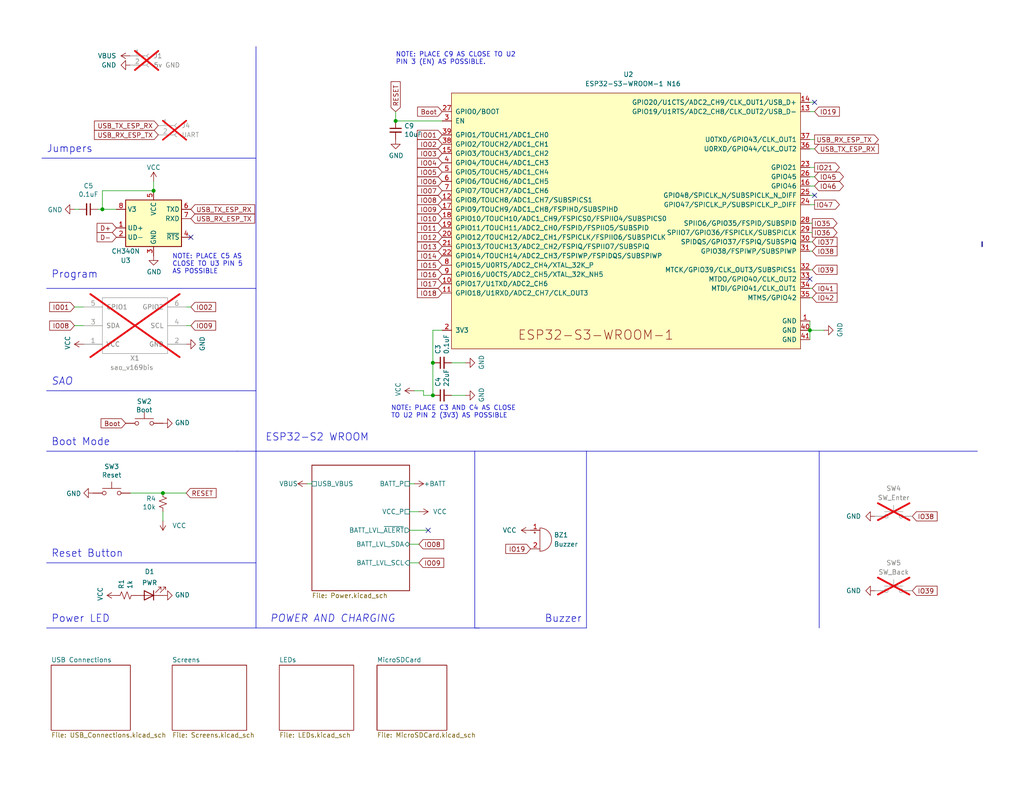
<source format=kicad_sch>
(kicad_sch
	(version 20250114)
	(generator "eeschema")
	(generator_version "9.0")
	(uuid "76a22395-5d2d-4f66-8191-432f65fdc4ac")
	(paper "USLetter")
	(title_block
		(title "CactusCon")
		(date "2024-11-23")
		(rev "v2.2")
		(company "BadgePirates")
		(comment 1 "SPI TFT w/Touch")
		(comment 2 "Lipo Charger / 14500 Battery x2 / Fuel Guage")
		(comment 3 "USB to Serial Connector / MicroSD / Buzzer")
		(comment 4 "ESP32-S3 WROOM (WIFI/BTLE) - N16")
	)
	
	(text "Buzzer\n"
		(exclude_from_sim no)
		(at 148.59 170.18 0)
		(effects
			(font
				(size 2 2)
			)
			(justify left bottom)
		)
		(uuid "004ac759-16f5-463d-aef2-2c1e28cdab35")
	)
	(text "POWER AND CHARGING"
		(exclude_from_sim no)
		(at 73.66 170.18 0)
		(effects
			(font
				(size 2.0066 2.0066)
				(italic yes)
			)
			(justify left bottom)
		)
		(uuid "390ef2c4-cec1-4e0a-94f8-f4439182a0a0")
	)
	(text "SAO"
		(exclude_from_sim no)
		(at 13.97 105.41 0)
		(effects
			(font
				(size 2.0066 2.0066)
				(italic yes)
			)
			(justify left bottom)
		)
		(uuid "5e31f97a-e7ea-4913-9ab9-c61416e1dea2")
	)
	(text "Power LED"
		(exclude_from_sim no)
		(at 13.97 170.18 0)
		(effects
			(font
				(size 2.0066 2.0066)
			)
			(justify left bottom)
		)
		(uuid "720dab0d-1418-49f9-b369-fdf5fd7c72d9")
	)
	(text "Jumpers\n"
		(exclude_from_sim no)
		(at 12.7 41.91 0)
		(effects
			(font
				(size 2.0066 2.0066)
			)
			(justify left bottom)
		)
		(uuid "9e949464-7ffd-49d4-a5a5-7bdcdb22ae80")
	)
	(text "ESP32-S2 WROOM"
		(exclude_from_sim no)
		(at 72.39 120.65 0)
		(effects
			(font
				(size 2 2)
			)
			(justify left bottom)
		)
		(uuid "a9e10ffb-1e66-4e4d-bf57-bd344ef03d98")
	)
	(text "NOTE: PLACE C5 AS\nCLOSE TO U3 PIN 5\nAS POSSIBLE"
		(exclude_from_sim no)
		(at 46.99 74.93 0)
		(effects
			(font
				(size 1.27 1.27)
			)
			(justify left bottom)
		)
		(uuid "b426b5e4-a200-41ed-be67-48d283c8018d")
	)
	(text "Program"
		(exclude_from_sim no)
		(at 13.97 76.2 0)
		(effects
			(font
				(size 2.0066 2.0066)
			)
			(justify left bottom)
		)
		(uuid "c4f1e688-9d93-49e6-8e8a-783278115dc3")
	)
	(text "Boot Mode"
		(exclude_from_sim no)
		(at 13.97 121.92 0)
		(effects
			(font
				(size 2.0066 2.0066)
			)
			(justify left bottom)
		)
		(uuid "d175714a-9a39-4fe4-9e33-052850a35cf7")
	)
	(text "NOTE: PLACE C3 AND C4 AS CLOSE\nTO U2 PIN 2 (3V3) AS POSSIBLE"
		(exclude_from_sim no)
		(at 106.68 114.3 0)
		(effects
			(font
				(size 1.27 1.27)
			)
			(justify left bottom)
		)
		(uuid "daac10c7-86ec-417c-af00-04eaf915ac75")
	)
	(text "Reset Button\n"
		(exclude_from_sim no)
		(at 13.97 152.4 0)
		(effects
			(font
				(size 2.0066 2.0066)
			)
			(justify left bottom)
		)
		(uuid "dd744c68-64f2-4e05-ac51-c6ab5694deeb")
	)
	(text "NOTE: PLACE C9 AS CLOSE TO U2\nPIN 3 (EN) AS POSSIBLE."
		(exclude_from_sim no)
		(at 107.95 17.78 0)
		(effects
			(font
				(size 1.27 1.27)
			)
			(justify left bottom)
		)
		(uuid "e0a32d76-796c-4f80-a411-0359c671538f")
	)
	(junction
		(at 27.94 57.15)
		(diameter 0)
		(color 0 0 0 0)
		(uuid "1f9bb161-c416-4cca-a0f7-23a3e7ded693")
	)
	(junction
		(at 118.11 107.95)
		(diameter 0)
		(color 0 0 0 0)
		(uuid "25338fb6-0974-4126-a305-4964b81980bb")
	)
	(junction
		(at 107.95 33.02)
		(diameter 0)
		(color 0 0 0 0)
		(uuid "272f835f-8063-4b6e-9f45-fb91f048644f")
	)
	(junction
		(at 41.91 52.07)
		(diameter 0)
		(color 0 0 0 0)
		(uuid "3471619d-2f59-40fc-b66c-b52d030566ea")
	)
	(junction
		(at 220.98 90.17)
		(diameter 0)
		(color 0 0 0 0)
		(uuid "88c4adc1-a7a9-4623-9ba3-082a5cb3c0e4")
	)
	(junction
		(at 118.11 99.06)
		(diameter 0)
		(color 0 0 0 0)
		(uuid "d71884bc-88a3-4fce-bfcd-c0560cdc0074")
	)
	(junction
		(at 44.45 134.62)
		(diameter 0)
		(color 0 0 0 0)
		(uuid "d83346f4-71c7-4cc6-a3fd-b21dadbf5536")
	)
	(no_connect
		(at 52.07 64.77)
		(uuid "34e92072-f6ea-4c6e-88ae-d1851aa32af2")
	)
	(no_connect
		(at 116.84 144.78)
		(uuid "6e832c37-be05-497c-a7a2-5e4f769a1912")
	)
	(no_connect
		(at 222.25 53.34)
		(uuid "bdb2414b-6776-49c8-9114-06018c6f9433")
	)
	(no_connect
		(at 222.25 27.94)
		(uuid "df568be0-81c8-4653-8fb3-6fe6e1d0d3f7")
	)
	(no_connect
		(at 220.98 76.2)
		(uuid "fb556c9d-ea36-45b3-88f8-b6a1b222a65a")
	)
	(wire
		(pts
			(xy 111.76 148.59) (xy 114.3 148.59)
		)
		(stroke
			(width 0)
			(type default)
		)
		(uuid "079d5594-16b8-4f9d-af82-eb56734459f2")
	)
	(wire
		(pts
			(xy 221.615 81.28) (xy 220.98 81.28)
		)
		(stroke
			(width 0)
			(type default)
		)
		(uuid "07ff7ddb-e48c-44c6-845c-ffa2634f40df")
	)
	(wire
		(pts
			(xy 118.11 90.17) (xy 120.65 90.17)
		)
		(stroke
			(width 0)
			(type default)
		)
		(uuid "08fceb49-86de-4e36-bc98-5240359f37a6")
	)
	(polyline
		(pts
			(xy 64.77 123.19) (xy 69.85 123.19)
		)
		(stroke
			(width 0)
			(type default)
		)
		(uuid "10b647c7-b017-464f-90d6-19a9a4d62d12")
	)
	(wire
		(pts
			(xy 20.32 83.82) (xy 22.86 83.82)
		)
		(stroke
			(width 0)
			(type default)
		)
		(uuid "13975373-635f-499a-8bdd-77646c9b6394")
	)
	(wire
		(pts
			(xy 118.11 99.06) (xy 118.11 90.17)
		)
		(stroke
			(width 0)
			(type default)
		)
		(uuid "159f7222-f41a-4a53-b5a1-0abe61c8a101")
	)
	(wire
		(pts
			(xy 26.67 57.15) (xy 27.94 57.15)
		)
		(stroke
			(width 0)
			(type default)
		)
		(uuid "19ae3944-f629-47c0-8272-42538c9d79b5")
	)
	(wire
		(pts
			(xy 123.19 99.06) (xy 127 99.06)
		)
		(stroke
			(width 0)
			(type default)
		)
		(uuid "1af027b9-e63d-4bd7-b6a5-a2906057aff2")
	)
	(wire
		(pts
			(xy 220.98 50.8) (xy 222.25 50.8)
		)
		(stroke
			(width 0)
			(type default)
		)
		(uuid "1ff94d61-a23d-4c06-a42b-12e9135ec1b7")
	)
	(wire
		(pts
			(xy 111.76 144.78) (xy 116.84 144.78)
		)
		(stroke
			(width 0)
			(type default)
		)
		(uuid "20f0730b-dc4e-481d-9666-e4753e3a391d")
	)
	(wire
		(pts
			(xy 220.98 90.17) (xy 220.98 92.71)
		)
		(stroke
			(width 0)
			(type default)
		)
		(uuid "2579e43d-968d-49ae-aa1c-8d344c78a55e")
	)
	(polyline
		(pts
			(xy 129.54 123.19) (xy 129.54 171.45)
		)
		(stroke
			(width 0)
			(type default)
		)
		(uuid "28686ec1-9362-493b-aaa0-9828e39c0d2b")
	)
	(wire
		(pts
			(xy 220.98 38.1) (xy 222.25 38.1)
		)
		(stroke
			(width 0)
			(type default)
		)
		(uuid "31ee39bb-382f-48dc-8e61-fecd0506d1c1")
	)
	(wire
		(pts
			(xy 41.91 49.53) (xy 41.91 52.07)
		)
		(stroke
			(width 0)
			(type default)
		)
		(uuid "35647f43-d2ee-4e8f-9b2f-c0ad63b9cd39")
	)
	(wire
		(pts
			(xy 44.45 134.62) (xy 50.8 134.62)
		)
		(stroke
			(width 0)
			(type default)
		)
		(uuid "3801d8fa-6452-4edd-80ae-07ffc6698067")
	)
	(wire
		(pts
			(xy 221.615 63.5) (xy 220.98 63.5)
		)
		(stroke
			(width 0)
			(type default)
		)
		(uuid "3ba62b39-72ec-49c4-ac1a-1a4146d83ac6")
	)
	(wire
		(pts
			(xy 222.25 53.34) (xy 220.98 53.34)
		)
		(stroke
			(width 0)
			(type default)
		)
		(uuid "3e4fd411-485c-4825-bb4e-b89c90e0afe6")
	)
	(wire
		(pts
			(xy 220.98 55.88) (xy 222.25 55.88)
		)
		(stroke
			(width 0)
			(type default)
		)
		(uuid "4078d9ba-7bd2-41ad-827c-17a67d56c1bd")
	)
	(wire
		(pts
			(xy 220.98 27.94) (xy 222.25 27.94)
		)
		(stroke
			(width 0)
			(type default)
		)
		(uuid "417dc462-d611-4196-b02b-661930a30925")
	)
	(polyline
		(pts
			(xy 12.7 171.45) (xy 160.02 171.45)
		)
		(stroke
			(width 0)
			(type default)
		)
		(uuid "44f4952a-fd31-4dc5-8fb0-d8c29065e45d")
	)
	(polyline
		(pts
			(xy 69.85 153.67) (xy 12.7 153.67)
		)
		(stroke
			(width 0)
			(type default)
		)
		(uuid "465d8417-1509-4894-9642-7b29a7bb78c9")
	)
	(wire
		(pts
			(xy 85.09 132.08) (xy 83.82 132.08)
		)
		(stroke
			(width 0)
			(type default)
		)
		(uuid "47d4f8c9-7a1e-492e-a420-6a54295785e6")
	)
	(polyline
		(pts
			(xy 223.52 123.19) (xy 223.52 171.45)
		)
		(stroke
			(width 0)
			(type default)
		)
		(uuid "489ff347-0516-4925-865d-9f465f0481f2")
	)
	(wire
		(pts
			(xy 20.32 88.9) (xy 22.86 88.9)
		)
		(stroke
			(width 0)
			(type default)
		)
		(uuid "499cba23-623c-4150-a846-8723817969df")
	)
	(polyline
		(pts
			(xy 11.43 43.18) (xy 69.85 43.18)
		)
		(stroke
			(width 0)
			(type default)
		)
		(uuid "4f2b2eec-aa11-470e-a76d-5b0fd6bbe8b2")
	)
	(polyline
		(pts
			(xy 69.85 12.7) (xy 69.85 171.45)
		)
		(stroke
			(width 0)
			(type default)
		)
		(uuid "50951549-e37e-423f-a6e6-3f19cb08d055")
	)
	(wire
		(pts
			(xy 220.98 90.17) (xy 224.79 90.17)
		)
		(stroke
			(width 0)
			(type default)
		)
		(uuid "5374716c-d992-4dfe-b410-b118d5e8b20f")
	)
	(wire
		(pts
			(xy 50.8 83.82) (xy 52.07 83.82)
		)
		(stroke
			(width 0)
			(type default)
		)
		(uuid "56ca5f7d-602f-4413-b306-782656b9c978")
	)
	(wire
		(pts
			(xy 220.98 87.63) (xy 220.98 90.17)
		)
		(stroke
			(width 0)
			(type default)
		)
		(uuid "56f36130-d6de-403a-a0c1-eb3c7eddf83c")
	)
	(wire
		(pts
			(xy 221.615 73.66) (xy 220.98 73.66)
		)
		(stroke
			(width 0)
			(type default)
		)
		(uuid "572e51da-9d0f-453f-b0de-1850ba654401")
	)
	(polyline
		(pts
			(xy 12.7 106.68) (xy 69.85 106.68)
		)
		(stroke
			(width 0)
			(type default)
		)
		(uuid "575ed9da-d83a-49c9-8a73-a9a9da84e489")
	)
	(polyline
		(pts
			(xy 160.02 123.19) (xy 160.02 171.45)
		)
		(stroke
			(width 0)
			(type default)
		)
		(uuid "58a0dd61-317f-4865-9e57-bbd817dbf20d")
	)
	(wire
		(pts
			(xy 115.57 107.95) (xy 118.11 107.95)
		)
		(stroke
			(width 0)
			(type default)
		)
		(uuid "5957e945-051e-46f7-ab30-92a39d849068")
	)
	(wire
		(pts
			(xy 220.98 48.26) (xy 222.25 48.26)
		)
		(stroke
			(width 0)
			(type default)
		)
		(uuid "5c7acc7b-b017-4c0e-a201-8a46f46a9dc4")
	)
	(wire
		(pts
			(xy 20.32 57.15) (xy 21.59 57.15)
		)
		(stroke
			(width 0)
			(type default)
		)
		(uuid "66bc111c-534c-4d8c-ba68-2bf73b1b13b9")
	)
	(wire
		(pts
			(xy 221.615 60.96) (xy 220.98 60.96)
		)
		(stroke
			(width 0)
			(type default)
		)
		(uuid "66f10b00-e0da-420e-bdb1-8aeeef8e76b2")
	)
	(polyline
		(pts
			(xy 129.54 171.45) (xy 130.81 171.45)
		)
		(stroke
			(width 0)
			(type default)
		)
		(uuid "75999671-541d-4d53-98f7-d1c8d2d65664")
	)
	(polyline
		(pts
			(xy 69.85 123.19) (xy 160.02 123.19)
		)
		(stroke
			(width 0)
			(type default)
		)
		(uuid "7d0b6936-77e2-4f69-a7c4-fb1b155bf6db")
	)
	(wire
		(pts
			(xy 107.95 33.02) (xy 120.65 33.02)
		)
		(stroke
			(width 0)
			(type default)
		)
		(uuid "80489d72-5b9f-40fe-b89b-67cc59b5fee3")
	)
	(wire
		(pts
			(xy 221.615 78.74) (xy 220.98 78.74)
		)
		(stroke
			(width 0)
			(type default)
		)
		(uuid "80fdb14c-d74e-4db0-a77b-9b318570a919")
	)
	(polyline
		(pts
			(xy 160.02 123.19) (xy 266.7 123.19)
		)
		(stroke
			(width 0)
			(type default)
		)
		(uuid "82ca915b-ae4b-4886-b5ff-6f381dc524d0")
	)
	(wire
		(pts
			(xy 114.3 139.7) (xy 111.76 139.7)
		)
		(stroke
			(width 0)
			(type default)
		)
		(uuid "836f9615-6c81-4bde-920b-47b64e7ab93e")
	)
	(wire
		(pts
			(xy 115.57 106.68) (xy 113.03 106.68)
		)
		(stroke
			(width 0)
			(type default)
		)
		(uuid "837f1da1-c297-4591-bc6e-b2da5f018fbd")
	)
	(wire
		(pts
			(xy 221.615 68.58) (xy 220.98 68.58)
		)
		(stroke
			(width 0)
			(type default)
		)
		(uuid "8be8cf1b-bdfd-490a-9e2b-1c0d57d6d4c8")
	)
	(wire
		(pts
			(xy 220.98 45.72) (xy 222.25 45.72)
		)
		(stroke
			(width 0)
			(type default)
		)
		(uuid "928682e8-4c74-475a-9114-969e8f3b35c3")
	)
	(wire
		(pts
			(xy 115.57 106.68) (xy 115.57 107.95)
		)
		(stroke
			(width 0)
			(type default)
		)
		(uuid "95a554d2-7848-4b40-9b3f-ea234cd30180")
	)
	(wire
		(pts
			(xy 221.615 66.04) (xy 220.98 66.04)
		)
		(stroke
			(width 0)
			(type default)
		)
		(uuid "9c0fd51c-9030-4444-968c-6c3fd00dbfda")
	)
	(wire
		(pts
			(xy 222.25 30.48) (xy 220.98 30.48)
		)
		(stroke
			(width 0)
			(type default)
		)
		(uuid "9ca12093-39f7-45a3-9396-3da9a22b4032")
	)
	(polyline
		(pts
			(xy 12.7 78.74) (xy 69.85 78.74)
		)
		(stroke
			(width 0)
			(type default)
		)
		(uuid "a4993ec2-c2ce-46db-a113-b5fa95db0179")
	)
	(wire
		(pts
			(xy 107.95 30.48) (xy 107.95 33.02)
		)
		(stroke
			(width 0)
			(type default)
		)
		(uuid "b8d0bd38-1a84-4100-997a-d319abdfb81c")
	)
	(wire
		(pts
			(xy 220.98 40.64) (xy 222.25 40.64)
		)
		(stroke
			(width 0)
			(type default)
		)
		(uuid "bc5f85b8-9c3b-43d0-a5a8-5223728b9ce9")
	)
	(wire
		(pts
			(xy 118.11 99.06) (xy 118.11 107.95)
		)
		(stroke
			(width 0)
			(type default)
		)
		(uuid "ca38e20e-a407-4490-86b9-559d5a1df2fa")
	)
	(wire
		(pts
			(xy 27.94 52.07) (xy 41.91 52.07)
		)
		(stroke
			(width 0)
			(type default)
		)
		(uuid "cb17b5cc-2b0a-47d4-b30d-fde6fdc22363")
	)
	(wire
		(pts
			(xy 35.56 134.62) (xy 44.45 134.62)
		)
		(stroke
			(width 0)
			(type default)
		)
		(uuid "cebe7446-ce70-4259-8ccd-93b3688edd53")
	)
	(wire
		(pts
			(xy 111.76 153.67) (xy 114.3 153.67)
		)
		(stroke
			(width 0)
			(type default)
		)
		(uuid "de79c34f-3bdd-42f7-babf-51a58d002bf8")
	)
	(wire
		(pts
			(xy 113.03 132.08) (xy 111.76 132.08)
		)
		(stroke
			(width 0)
			(type default)
		)
		(uuid "e4db17ea-cddd-49f7-b607-379f8771e22e")
	)
	(polyline
		(pts
			(xy 12.7 123.19) (xy 64.77 123.19)
		)
		(stroke
			(width 0)
			(type default)
		)
		(uuid "e7923d7f-37bc-4449-b60e-3e6dd7598c5e")
	)
	(wire
		(pts
			(xy 27.94 52.07) (xy 27.94 57.15)
		)
		(stroke
			(width 0)
			(type default)
		)
		(uuid "eaa5b264-6310-4c8e-8a4f-46bdb293edb2")
	)
	(wire
		(pts
			(xy 50.8 88.9) (xy 52.07 88.9)
		)
		(stroke
			(width 0)
			(type default)
		)
		(uuid "eab28f68-1fff-453e-b4b0-90bb27fa318f")
	)
	(bus
		(pts
			(xy 267.97 66.04) (xy 267.97 67.31)
		)
		(stroke
			(width 0)
			(type default)
		)
		(uuid "eec774a6-9063-4c4a-9637-3c3935bb7577")
	)
	(wire
		(pts
			(xy 44.45 139.7) (xy 44.45 142.24)
		)
		(stroke
			(width 0)
			(type default)
		)
		(uuid "f228af3e-2ca6-48f0-a9bf-695ffccae6c4")
	)
	(wire
		(pts
			(xy 27.94 57.15) (xy 31.75 57.15)
		)
		(stroke
			(width 0)
			(type default)
		)
		(uuid "ff37a5d2-3b03-4200-8fe1-79dfcf862e74")
	)
	(wire
		(pts
			(xy 127 107.95) (xy 123.19 107.95)
		)
		(stroke
			(width 0)
			(type default)
		)
		(uuid "ffa87dc4-d3c2-4305-acf2-b404871cecba")
	)
	(global_label "IO02"
		(shape input)
		(at 120.65 39.37 180)
		(fields_autoplaced yes)
		(effects
			(font
				(size 1.27 1.27)
			)
			(justify right)
		)
		(uuid "09229e2f-e5a3-4146-9445-5e1129b5155b")
		(property "Intersheetrefs" "${INTERSHEET_REFS}"
			(at -16.51 -16.51 0)
			(effects
				(font
					(size 1.27 1.27)
				)
				(hide yes)
			)
		)
	)
	(global_label "Boot"
		(shape input)
		(at 120.65 30.48 180)
		(fields_autoplaced yes)
		(effects
			(font
				(size 1.27 1.27)
			)
			(justify right)
		)
		(uuid "0946019e-5e26-469c-bf41-e76a56731260")
		(property "Intersheetrefs" "${INTERSHEET_REFS}"
			(at 113.9431 30.4006 0)
			(effects
				(font
					(size 1.27 1.27)
				)
				(justify right)
				(hide yes)
			)
		)
	)
	(global_label "IO12"
		(shape input)
		(at 120.65 64.77 180)
		(fields_autoplaced yes)
		(effects
			(font
				(size 1.27 1.27)
			)
			(justify right)
		)
		(uuid "0a292826-bc61-451f-a544-ce3212128460")
		(property "Intersheetrefs" "${INTERSHEET_REFS}"
			(at -16.51 -16.51 0)
			(effects
				(font
					(size 1.27 1.27)
				)
				(hide yes)
			)
		)
	)
	(global_label "USB_TX_ESP_RX"
		(shape input)
		(at 222.25 40.64 0)
		(fields_autoplaced yes)
		(effects
			(font
				(size 1.27 1.27)
			)
			(justify left)
		)
		(uuid "0e882fc4-ae84-40ce-a9ac-fa99d36bf63b")
		(property "Intersheetrefs" "${INTERSHEET_REFS}"
			(at 54.61 -12.7 0)
			(effects
				(font
					(size 1.27 1.27)
				)
				(hide yes)
			)
		)
	)
	(global_label "IO15"
		(shape input)
		(at 120.65 72.39 180)
		(fields_autoplaced yes)
		(effects
			(font
				(size 1.27 1.27)
			)
			(justify right)
		)
		(uuid "131db410-cc0b-4634-a23a-0afc375bf75b")
		(property "Intersheetrefs" "${INTERSHEET_REFS}"
			(at 113.8826 72.3106 0)
			(effects
				(font
					(size 1.27 1.27)
				)
				(justify right)
				(hide yes)
			)
		)
	)
	(global_label "IO16"
		(shape input)
		(at 120.65 74.93 180)
		(fields_autoplaced yes)
		(effects
			(font
				(size 1.27 1.27)
			)
			(justify right)
		)
		(uuid "19f19a14-ad1b-499d-b4c2-830d8a2d8465")
		(property "Intersheetrefs" "${INTERSHEET_REFS}"
			(at 113.8826 74.8506 0)
			(effects
				(font
					(size 1.27 1.27)
				)
				(justify right)
				(hide yes)
			)
		)
	)
	(global_label "IO01"
		(shape input)
		(at 120.65 36.83 180)
		(fields_autoplaced yes)
		(effects
			(font
				(size 1.27 1.27)
			)
			(justify right)
		)
		(uuid "1da4a19a-03e4-4e87-b11f-3f4181aa2392")
		(property "Intersheetrefs" "${INTERSHEET_REFS}"
			(at -16.51 -16.51 0)
			(effects
				(font
					(size 1.27 1.27)
				)
				(hide yes)
			)
		)
	)
	(global_label "IO39"
		(shape input)
		(at 248.92 161.29 0)
		(fields_autoplaced yes)
		(effects
			(font
				(size 1.27 1.27)
			)
			(justify left)
		)
		(uuid "2f344b0c-f9ae-453e-867c-2f890283b714")
		(property "Intersheetrefs" "${INTERSHEET_REFS}"
			(at 255.6053 161.29 0)
			(effects
				(font
					(size 1.27 1.27)
				)
				(justify left)
				(hide yes)
			)
		)
	)
	(global_label "USB_TX_ESP_RX"
		(shape input)
		(at 43.18 34.29 180)
		(fields_autoplaced yes)
		(effects
			(font
				(size 1.27 1.27)
			)
			(justify right)
		)
		(uuid "346dbba6-7905-42d0-bfee-418e4e1fa0cd")
		(property "Intersheetrefs" "${INTERSHEET_REFS}"
			(at 210.82 87.63 0)
			(effects
				(font
					(size 1.27 1.27)
				)
				(hide yes)
			)
		)
	)
	(global_label "IO04"
		(shape input)
		(at 120.65 44.45 180)
		(fields_autoplaced yes)
		(effects
			(font
				(size 1.27 1.27)
			)
			(justify right)
		)
		(uuid "3b4db7a5-5375-4d9b-af8b-b70e2932e1b7")
		(property "Intersheetrefs" "${INTERSHEET_REFS}"
			(at -16.51 -16.51 0)
			(effects
				(font
					(size 1.27 1.27)
				)
				(hide yes)
			)
		)
	)
	(global_label "IO05"
		(shape input)
		(at 120.65 46.99 180)
		(fields_autoplaced yes)
		(effects
			(font
				(size 1.27 1.27)
			)
			(justify right)
		)
		(uuid "4d8db566-01fe-47ba-b00e-3fd7c7b925c8")
		(property "Intersheetrefs" "${INTERSHEET_REFS}"
			(at -16.51 -16.51 0)
			(effects
				(font
					(size 1.27 1.27)
				)
				(hide yes)
			)
		)
	)
	(global_label "IO09"
		(shape input)
		(at 114.3 153.67 0)
		(fields_autoplaced yes)
		(effects
			(font
				(size 1.27 1.27)
			)
			(justify left)
		)
		(uuid "54457bd5-e7d3-43be-8797-996be3f4cb19")
		(property "Intersheetrefs" "${INTERSHEET_REFS}"
			(at 120.9853 153.67 0)
			(effects
				(font
					(size 1.27 1.27)
				)
				(justify left)
				(hide yes)
			)
		)
	)
	(global_label "IO39"
		(shape input)
		(at 221.615 73.66 0)
		(fields_autoplaced yes)
		(effects
			(font
				(size 1.27 1.27)
			)
			(justify left)
		)
		(uuid "58c84c7b-1e1e-48e3-8b36-20ae05b167ff")
		(property "Intersheetrefs" "${INTERSHEET_REFS}"
			(at 228.3003 73.66 0)
			(effects
				(font
					(size 1.27 1.27)
				)
				(justify left)
				(hide yes)
			)
		)
	)
	(global_label "IO19"
		(shape input)
		(at 222.25 30.48 0)
		(fields_autoplaced yes)
		(effects
			(font
				(size 1.27 1.27)
			)
			(justify left)
		)
		(uuid "5981651a-5e13-4c72-a193-700b581245d0")
		(property "Intersheetrefs" "${INTERSHEET_REFS}"
			(at 228.9353 30.48 0)
			(effects
				(font
					(size 1.27 1.27)
				)
				(justify left)
				(hide yes)
			)
		)
	)
	(global_label "IO37"
		(shape input)
		(at 221.615 66.04 0)
		(fields_autoplaced yes)
		(effects
			(font
				(size 1.27 1.27)
			)
			(justify left)
		)
		(uuid "5f39aaf9-a490-4d56-830d-a1f4d57a2fa3")
		(property "Intersheetrefs" "${INTERSHEET_REFS}"
			(at 228.3824 65.9606 0)
			(effects
				(font
					(size 1.27 1.27)
				)
				(justify left)
				(hide yes)
			)
		)
	)
	(global_label "IO08"
		(shape input)
		(at 120.65 54.61 180)
		(fields_autoplaced yes)
		(effects
			(font
				(size 1.27 1.27)
			)
			(justify right)
		)
		(uuid "615a2e1f-0edf-4855-bbf3-2b0cbcd5f410")
		(property "Intersheetrefs" "${INTERSHEET_REFS}"
			(at -16.51 -16.51 0)
			(effects
				(font
					(size 1.27 1.27)
				)
				(hide yes)
			)
		)
	)
	(global_label "Boot"
		(shape input)
		(at 34.29 115.57 180)
		(fields_autoplaced yes)
		(effects
			(font
				(size 1.27 1.27)
			)
			(justify right)
		)
		(uuid "64eb5c5d-fdc0-4c45-8b13-656b5470c5c7")
		(property "Intersheetrefs" "${INTERSHEET_REFS}"
			(at -49.53 92.71 0)
			(effects
				(font
					(size 1.27 1.27)
				)
				(hide yes)
			)
		)
	)
	(global_label "USB_RX_ESP_TX"
		(shape input)
		(at 52.07 59.69 0)
		(fields_autoplaced yes)
		(effects
			(font
				(size 1.27 1.27)
			)
			(justify left)
		)
		(uuid "69fe1b1e-4c0c-4736-9b0b-4379a39a282e")
		(property "Intersheetrefs" "${INTERSHEET_REFS}"
			(at -198.12 -5.08 0)
			(effects
				(font
					(size 1.27 1.27)
				)
				(hide yes)
			)
		)
	)
	(global_label "IO35"
		(shape output)
		(at 221.615 60.96 0)
		(fields_autoplaced yes)
		(effects
			(font
				(size 1.27 1.27)
			)
			(justify left)
		)
		(uuid "6d641edc-b4f2-4747-8d00-3cca738505b3")
		(property "Intersheetrefs" "${INTERSHEET_REFS}"
			(at 228.3003 60.96 0)
			(effects
				(font
					(size 1.27 1.27)
				)
				(justify left)
				(hide yes)
			)
		)
	)
	(global_label "IO45"
		(shape bidirectional)
		(at 222.25 48.26 0)
		(fields_autoplaced yes)
		(effects
			(font
				(size 1.27 1.27)
			)
			(justify left)
		)
		(uuid "6e005eae-5e4c-4c8d-a582-dc5cc1155828")
		(property "Intersheetrefs" "${INTERSHEET_REFS}"
			(at 229.8878 48.26 0)
			(effects
				(font
					(size 1.27 1.27)
				)
				(justify left)
				(hide yes)
			)
		)
	)
	(global_label "IO03"
		(shape input)
		(at 120.65 41.91 180)
		(fields_autoplaced yes)
		(effects
			(font
				(size 1.27 1.27)
			)
			(justify right)
		)
		(uuid "83743bc9-f13b-49c9-a11e-16be06f9c69a")
		(property "Intersheetrefs" "${INTERSHEET_REFS}"
			(at 113.9647 41.91 0)
			(effects
				(font
					(size 1.27 1.27)
				)
				(justify right)
				(hide yes)
			)
		)
	)
	(global_label "IO10"
		(shape input)
		(at 120.65 59.69 180)
		(fields_autoplaced yes)
		(effects
			(font
				(size 1.27 1.27)
			)
			(justify right)
		)
		(uuid "84b0d3e1-339e-42a4-a88a-f4a588e3fb0a")
		(property "Intersheetrefs" "${INTERSHEET_REFS}"
			(at -16.51 -16.51 0)
			(effects
				(font
					(size 1.27 1.27)
				)
				(hide yes)
			)
		)
	)
	(global_label "IO47"
		(shape output)
		(at 222.25 55.88 0)
		(fields_autoplaced yes)
		(effects
			(font
				(size 1.27 1.27)
			)
			(justify left)
		)
		(uuid "869fc222-2fa6-40e3-9598-efdf2cecdc6a")
		(property "Intersheetrefs" "${INTERSHEET_REFS}"
			(at 228.9353 55.88 0)
			(effects
				(font
					(size 1.27 1.27)
				)
				(justify left)
				(hide yes)
			)
		)
	)
	(global_label "IO08"
		(shape input)
		(at 20.32 88.9 180)
		(fields_autoplaced yes)
		(effects
			(font
				(size 1.27 1.27)
			)
			(justify right)
		)
		(uuid "881f037c-94d9-487a-a72e-0813c6afd770")
		(property "Intersheetrefs" "${INTERSHEET_REFS}"
			(at 13.6347 88.9 0)
			(effects
				(font
					(size 1.27 1.27)
				)
				(justify right)
				(hide yes)
			)
		)
	)
	(global_label "IO07"
		(shape input)
		(at 120.65 52.07 180)
		(fields_autoplaced yes)
		(effects
			(font
				(size 1.27 1.27)
			)
			(justify right)
		)
		(uuid "8a5d5b6f-aa2d-43e6-a52c-5e310f1c62f2")
		(property "Intersheetrefs" "${INTERSHEET_REFS}"
			(at 113.9647 52.07 0)
			(effects
				(font
					(size 1.27 1.27)
				)
				(justify right)
				(hide yes)
			)
		)
	)
	(global_label "IO11"
		(shape input)
		(at 120.65 62.23 180)
		(fields_autoplaced yes)
		(effects
			(font
				(size 1.27 1.27)
			)
			(justify right)
		)
		(uuid "8c092977-0f19-42be-9c1d-2f8e4d4babd3")
		(property "Intersheetrefs" "${INTERSHEET_REFS}"
			(at -16.51 -16.51 0)
			(effects
				(font
					(size 1.27 1.27)
				)
				(hide yes)
			)
		)
	)
	(global_label "RESET"
		(shape input)
		(at 107.95 30.48 90)
		(fields_autoplaced yes)
		(effects
			(font
				(size 1.27 1.27)
			)
			(justify left)
		)
		(uuid "93a68650-812c-4d88-9532-e868c96c7927")
		(property "Intersheetrefs" "${INTERSHEET_REFS}"
			(at 107.95 22.4039 90)
			(effects
				(font
					(size 1.27 1.27)
				)
				(justify left)
				(hide yes)
			)
		)
	)
	(global_label "IO02"
		(shape input)
		(at 52.07 83.82 0)
		(fields_autoplaced yes)
		(effects
			(font
				(size 1.27 1.27)
			)
			(justify left)
		)
		(uuid "9647e7cf-3cb4-4363-9083-57f2d024815c")
		(property "Intersheetrefs" "${INTERSHEET_REFS}"
			(at 58.7553 83.82 0)
			(effects
				(font
					(size 1.27 1.27)
				)
				(justify left)
				(hide yes)
			)
		)
	)
	(global_label "IO14"
		(shape input)
		(at 120.65 69.85 180)
		(fields_autoplaced yes)
		(effects
			(font
				(size 1.27 1.27)
			)
			(justify right)
		)
		(uuid "965cfbe5-dbe2-4ab0-b426-f704fa566afd")
		(property "Intersheetrefs" "${INTERSHEET_REFS}"
			(at 113.8826 69.7706 0)
			(effects
				(font
					(size 1.27 1.27)
				)
				(justify right)
				(hide yes)
			)
		)
	)
	(global_label "IO17"
		(shape input)
		(at 120.65 77.47 180)
		(fields_autoplaced yes)
		(effects
			(font
				(size 1.27 1.27)
			)
			(justify right)
		)
		(uuid "96cdfcf4-8671-4a05-9f96-8e3b51fda253")
		(property "Intersheetrefs" "${INTERSHEET_REFS}"
			(at 113.8826 77.3906 0)
			(effects
				(font
					(size 1.27 1.27)
				)
				(justify right)
				(hide yes)
			)
		)
	)
	(global_label "IO01"
		(shape input)
		(at 20.32 83.82 180)
		(fields_autoplaced yes)
		(effects
			(font
				(size 1.27 1.27)
			)
			(justify right)
		)
		(uuid "a0a115d2-f98e-469f-8d2b-81cf50c390a9")
		(property "Intersheetrefs" "${INTERSHEET_REFS}"
			(at 13.6347 83.82 0)
			(effects
				(font
					(size 1.27 1.27)
				)
				(justify right)
				(hide yes)
			)
		)
	)
	(global_label "IO41"
		(shape input)
		(at 221.615 78.74 0)
		(fields_autoplaced yes)
		(effects
			(font
				(size 1.27 1.27)
			)
			(justify left)
		)
		(uuid "a1b2f93a-e369-43de-ba64-5704de7bac11")
		(property "Intersheetrefs" "${INTERSHEET_REFS}"
			(at 228.3003 78.74 0)
			(effects
				(font
					(size 1.27 1.27)
				)
				(justify left)
				(hide yes)
			)
		)
	)
	(global_label "USB_TX_ESP_RX"
		(shape input)
		(at 52.07 57.15 0)
		(fields_autoplaced yes)
		(effects
			(font
				(size 1.27 1.27)
			)
			(justify left)
		)
		(uuid "a3c0bc1b-99e6-41a3-b1e2-786264f14887")
		(property "Intersheetrefs" "${INTERSHEET_REFS}"
			(at -198.12 -5.08 0)
			(effects
				(font
					(size 1.27 1.27)
				)
				(hide yes)
			)
		)
	)
	(global_label "IO42"
		(shape input)
		(at 221.615 81.28 0)
		(fields_autoplaced yes)
		(effects
			(font
				(size 1.27 1.27)
			)
			(justify left)
		)
		(uuid "a4991bd3-b7c5-4b20-9503-8ec850c94171")
		(property "Intersheetrefs" "${INTERSHEET_REFS}"
			(at 228.3003 81.28 0)
			(effects
				(font
					(size 1.27 1.27)
				)
				(justify left)
				(hide yes)
			)
		)
	)
	(global_label "D+"
		(shape input)
		(at 31.75 62.23 180)
		(fields_autoplaced yes)
		(effects
			(font
				(size 1.27 1.27)
			)
			(justify right)
		)
		(uuid "a6ad9618-4889-48e5-9783-6b50a9176f52")
		(property "Intersheetrefs" "${INTERSHEET_REFS}"
			(at -198.12 -5.08 0)
			(effects
				(font
					(size 1.27 1.27)
				)
				(hide yes)
			)
		)
	)
	(global_label "IO18"
		(shape input)
		(at 120.65 80.01 180)
		(fields_autoplaced yes)
		(effects
			(font
				(size 1.27 1.27)
			)
			(justify right)
		)
		(uuid "aee6191b-30d6-4504-a318-9d8651c12897")
		(property "Intersheetrefs" "${INTERSHEET_REFS}"
			(at 113.8826 79.9306 0)
			(effects
				(font
					(size 1.27 1.27)
				)
				(justify right)
				(hide yes)
			)
		)
	)
	(global_label "IO19"
		(shape input)
		(at 144.78 149.86 180)
		(fields_autoplaced yes)
		(effects
			(font
				(size 1.27 1.27)
			)
			(justify right)
		)
		(uuid "bf71de64-da95-43f7-acd4-3ad81e9554ed")
		(property "Intersheetrefs" "${INTERSHEET_REFS}"
			(at 138.0947 149.86 0)
			(effects
				(font
					(size 1.27 1.27)
				)
				(justify right)
				(hide yes)
			)
		)
	)
	(global_label "USB_RX_ESP_TX"
		(shape input)
		(at 43.18 36.83 180)
		(fields_autoplaced yes)
		(effects
			(font
				(size 1.27 1.27)
			)
			(justify right)
		)
		(uuid "c07aaeef-0818-4d03-9e34-cae6407318b5")
		(property "Intersheetrefs" "${INTERSHEET_REFS}"
			(at 210.82 92.71 0)
			(effects
				(font
					(size 1.27 1.27)
				)
				(hide yes)
			)
		)
	)
	(global_label "IO09"
		(shape input)
		(at 52.07 88.9 0)
		(fields_autoplaced yes)
		(effects
			(font
				(size 1.27 1.27)
			)
			(justify left)
		)
		(uuid "c1c13c35-0c2a-4616-b874-d93ffa6f65ed")
		(property "Intersheetrefs" "${INTERSHEET_REFS}"
			(at 58.7553 88.9 0)
			(effects
				(font
					(size 1.27 1.27)
				)
				(justify left)
				(hide yes)
			)
		)
	)
	(global_label "IO21"
		(shape output)
		(at 222.25 45.72 0)
		(fields_autoplaced yes)
		(effects
			(font
				(size 1.27 1.27)
			)
			(justify left)
		)
		(uuid "c4041629-7caa-477a-ad7e-66c1504a645b")
		(property "Intersheetrefs" "${INTERSHEET_REFS}"
			(at 228.9353 45.72 0)
			(effects
				(font
					(size 1.27 1.27)
				)
				(justify left)
				(hide yes)
			)
		)
	)
	(global_label "IO38"
		(shape input)
		(at 221.615 68.58 0)
		(fields_autoplaced yes)
		(effects
			(font
				(size 1.27 1.27)
			)
			(justify left)
		)
		(uuid "c61c7759-d920-4bd5-819b-55ce0482e176")
		(property "Intersheetrefs" "${INTERSHEET_REFS}"
			(at 228.3824 68.5006 0)
			(effects
				(font
					(size 1.27 1.27)
				)
				(justify left)
				(hide yes)
			)
		)
	)
	(global_label "IO36"
		(shape output)
		(at 221.615 63.5 0)
		(fields_autoplaced yes)
		(effects
			(font
				(size 1.27 1.27)
			)
			(justify left)
		)
		(uuid "d1d77f8d-000e-4250-9f91-4ecccbdc7d37")
		(property "Intersheetrefs" "${INTERSHEET_REFS}"
			(at 228.3003 63.5 0)
			(effects
				(font
					(size 1.27 1.27)
				)
				(justify left)
				(hide yes)
			)
		)
	)
	(global_label "RESET"
		(shape input)
		(at 50.8 134.62 0)
		(fields_autoplaced yes)
		(effects
			(font
				(size 1.27 1.27)
			)
			(justify left)
		)
		(uuid "d542367e-0e89-4abe-a3e6-b619fde3aeea")
		(property "Intersheetrefs" "${INTERSHEET_REFS}"
			(at -6.35 7.62 0)
			(effects
				(font
					(size 1.27 1.27)
				)
				(hide yes)
			)
		)
	)
	(global_label "D-"
		(shape input)
		(at 31.75 64.77 180)
		(fields_autoplaced yes)
		(effects
			(font
				(size 1.27 1.27)
			)
			(justify right)
		)
		(uuid "d5cb76e6-7659-40ae-bfa1-371453cf1c39")
		(property "Intersheetrefs" "${INTERSHEET_REFS}"
			(at -198.12 -5.08 0)
			(effects
				(font
					(size 1.27 1.27)
				)
				(hide yes)
			)
		)
	)
	(global_label "IO09"
		(shape input)
		(at 120.65 57.15 180)
		(fields_autoplaced yes)
		(effects
			(font
				(size 1.27 1.27)
			)
			(justify right)
		)
		(uuid "e340fb45-4e18-4168-a6d4-82c73c910a23")
		(property "Intersheetrefs" "${INTERSHEET_REFS}"
			(at -16.51 -16.51 0)
			(effects
				(font
					(size 1.27 1.27)
				)
				(hide yes)
			)
		)
	)
	(global_label "IO38"
		(shape input)
		(at 248.92 140.97 0)
		(fields_autoplaced yes)
		(effects
			(font
				(size 1.27 1.27)
			)
			(justify left)
		)
		(uuid "e5bd026a-e4ad-4018-afa1-6c008e8253bd")
		(property "Intersheetrefs" "${INTERSHEET_REFS}"
			(at 255.6053 140.97 0)
			(effects
				(font
					(size 1.27 1.27)
				)
				(justify left)
				(hide yes)
			)
		)
	)
	(global_label "IO08"
		(shape input)
		(at 114.3 148.59 0)
		(fields_autoplaced yes)
		(effects
			(font
				(size 1.27 1.27)
			)
			(justify left)
		)
		(uuid "eaad5547-86c4-4d9f-b37d-8d4ceef548a5")
		(property "Intersheetrefs" "${INTERSHEET_REFS}"
			(at 120.9853 148.59 0)
			(effects
				(font
					(size 1.27 1.27)
				)
				(justify left)
				(hide yes)
			)
		)
	)
	(global_label "USB_RX_ESP_TX"
		(shape output)
		(at 222.25 38.1 0)
		(fields_autoplaced yes)
		(effects
			(font
				(size 1.27 1.27)
			)
			(justify left)
		)
		(uuid "f284bbe8-c538-466d-9367-3ef7cf61f34e")
		(property "Intersheetrefs" "${INTERSHEET_REFS}"
			(at 239.5789 38.1 0)
			(effects
				(font
					(size 1.27 1.27)
				)
				(justify left)
				(hide yes)
			)
		)
	)
	(global_label "IO13"
		(shape input)
		(at 120.65 67.31 180)
		(fields_autoplaced yes)
		(effects
			(font
				(size 1.27 1.27)
			)
			(justify right)
		)
		(uuid "f3bfd166-0904-40ab-a19d-cb4f621611eb")
		(property "Intersheetrefs" "${INTERSHEET_REFS}"
			(at -16.51 -16.51 0)
			(effects
				(font
					(size 1.27 1.27)
				)
				(hide yes)
			)
		)
	)
	(global_label "IO46"
		(shape bidirectional)
		(at 222.25 50.8 0)
		(fields_autoplaced yes)
		(effects
			(font
				(size 1.27 1.27)
			)
			(justify left)
		)
		(uuid "f7a3bbbb-cbf7-40d7-a0c4-21281de45095")
		(property "Intersheetrefs" "${INTERSHEET_REFS}"
			(at 229.8878 50.8 0)
			(effects
				(font
					(size 1.27 1.27)
				)
				(justify left)
				(hide yes)
			)
		)
	)
	(global_label "IO06"
		(shape input)
		(at 120.65 49.53 180)
		(fields_autoplaced yes)
		(effects
			(font
				(size 1.27 1.27)
			)
			(justify right)
		)
		(uuid "fed8922a-75ac-4c38-8efb-3dfe32f46f23")
		(property "Intersheetrefs" "${INTERSHEET_REFS}"
			(at 113.9647 49.53 0)
			(effects
				(font
					(size 1.27 1.27)
				)
				(justify right)
				(hide yes)
			)
		)
	)
	(symbol
		(lib_id "Device:LED")
		(at 40.64 162.56 180)
		(unit 1)
		(exclude_from_sim no)
		(in_bom yes)
		(on_board yes)
		(dnp no)
		(uuid "00000000-0000-0000-0000-00006149a82d")
		(property "Reference" "D1"
			(at 40.8178 156.083 0)
			(effects
				(font
					(size 1.27 1.27)
				)
			)
		)
		(property "Value" "PWR"
			(at 40.8178 158.3944 0)
			(effects
				(font
					(size 1.27 1.27)
				)
				(justify bottom)
			)
		)
		(property "Footprint" "BadgePirates:LED_1206"
			(at 40.64 162.56 0)
			(effects
				(font
					(size 1.27 1.27)
				)
				(hide yes)
			)
		)
		(property "Datasheet" "https://datasheet.lcsc.com/lcsc/2008201033_Foshan-NationStar-Optoelectronics-NCD1206C1_C84273.pdf"
			(at 40.64 162.56 0)
			(effects
				(font
					(size 1.27 1.27)
				)
				(hide yes)
			)
		)
		(property "Description" ""
			(at 40.64 162.56 0)
			(effects
				(font
					(size 1.27 1.27)
				)
				(hide yes)
			)
		)
		(property "MFG" "Foshan NationStar Optoelectronics"
			(at 40.64 162.56 0)
			(effects
				(font
					(size 1.27 1.27)
				)
				(hide yes)
			)
		)
		(property "MFG_PN" "NCD1206C1"
			(at 40.64 162.56 0)
			(effects
				(font
					(size 1.27 1.27)
				)
				(hide yes)
			)
		)
		(property "Vendor1" "LCSC"
			(at 40.64 162.56 0)
			(effects
				(font
					(size 1.27 1.27)
				)
				(hide yes)
			)
		)
		(property "Vendor1_PN" "C84273"
			(at 40.64 162.56 0)
			(effects
				(font
					(size 1.27 1.27)
				)
				(hide yes)
			)
		)
		(property "Vendor1_URL" "https://www.lcsc.com/product-detail/Light-Emitting-Diodes-LED_Foshan-NationStar-Optoelectronics-NCD1206C1_C84273.html"
			(at 40.64 162.56 0)
			(effects
				(font
					(size 1.27 1.27)
				)
				(hide yes)
			)
		)
		(pin "1"
			(uuid "5d20a811-3bef-482d-837a-8742b9a0b626")
		)
		(pin "2"
			(uuid "c5ffbdde-74e4-4a4f-9736-9f81e1b3e4a4")
		)
		(instances
			(project "Project-RTV"
				(path "/76a22395-5d2d-4f66-8191-432f65fdc4ac"
					(reference "D1")
					(unit 1)
				)
			)
		)
	)
	(symbol
		(lib_id "power:GND")
		(at 224.79 90.17 90)
		(unit 1)
		(exclude_from_sim no)
		(in_bom yes)
		(on_board yes)
		(dnp no)
		(uuid "00000000-0000-0000-0000-0000614a3d64")
		(property "Reference" "#PWR025"
			(at 231.14 90.17 0)
			(effects
				(font
					(size 1.27 1.27)
				)
				(hide yes)
			)
		)
		(property "Value" "GND"
			(at 229.1842 90.043 0)
			(effects
				(font
					(size 1.27 1.27)
				)
			)
		)
		(property "Footprint" ""
			(at 224.79 90.17 0)
			(effects
				(font
					(size 1.27 1.27)
				)
				(hide yes)
			)
		)
		(property "Datasheet" ""
			(at 224.79 90.17 0)
			(effects
				(font
					(size 1.27 1.27)
				)
				(hide yes)
			)
		)
		(property "Description" ""
			(at 224.79 90.17 0)
			(effects
				(font
					(size 1.27 1.27)
				)
				(hide yes)
			)
		)
		(pin "1"
			(uuid "dc8accd7-4bb7-4791-b134-36cfe2bf68fc")
		)
		(instances
			(project "Project-RTV"
				(path "/76a22395-5d2d-4f66-8191-432f65fdc4ac"
					(reference "#PWR025")
					(unit 1)
				)
			)
		)
	)
	(symbol
		(lib_id "BadgePirates:C_.1uf_0805")
		(at 120.65 99.06 90)
		(unit 1)
		(exclude_from_sim no)
		(in_bom yes)
		(on_board yes)
		(dnp no)
		(uuid "00000000-0000-0000-0000-0000614a62be")
		(property "Reference" "C3"
			(at 119.4816 96.7232 0)
			(effects
				(font
					(size 1.27 1.27)
				)
				(justify left)
			)
		)
		(property "Value" "0.1uF"
			(at 121.793 96.7232 0)
			(effects
				(font
					(size 1.27 1.27)
				)
				(justify left)
			)
		)
		(property "Footprint" "BadgePirates:C_0805_2012Metric"
			(at 120.65 99.06 0)
			(effects
				(font
					(size 1.27 1.27)
				)
				(hide yes)
			)
		)
		(property "Datasheet" "https://datasheet.lcsc.com/lcsc/2304140030_TORCH-CT41G-0805-2X1-50V-0-1-F-K-N_C126469.pdf"
			(at 120.65 99.06 0)
			(effects
				(font
					(size 1.27 1.27)
				)
				(hide yes)
			)
		)
		(property "Description" ""
			(at 120.65 99.06 0)
			(effects
				(font
					(size 1.27 1.27)
				)
				(hide yes)
			)
		)
		(property "OrderURL" ""
			(at 120.65 99.06 0)
			(effects
				(font
					(size 1.27 1.27)
				)
				(hide yes)
			)
		)
		(property "MFG" "TORCH "
			(at 120.65 99.06 0)
			(effects
				(font
					(size 1.27 1.27)
				)
				(hide yes)
			)
		)
		(property "MFG_PN" "CT41G-0805-2X1-50V-0.1μF-K(N)"
			(at 120.65 99.06 0)
			(effects
				(font
					(size 1.27 1.27)
				)
				(hide yes)
			)
		)
		(property "Vendor1" "LCSC"
			(at 120.65 99.06 0)
			(effects
				(font
					(size 1.27 1.27)
				)
				(hide yes)
			)
		)
		(property "Vendor1_PN" "C126469"
			(at 120.65 99.06 0)
			(effects
				(font
					(size 1.27 1.27)
				)
				(hide yes)
			)
		)
		(property "Vendor1_URL" "https://www.lcsc.com/product-detail/Multilayer-Ceramic-Capacitors-MLCC-SMD-SMT_TORCH-CT41G-0805-2X1-50V-0-1-F-K-N_C126469.html"
			(at 120.65 99.06 0)
			(effects
				(font
					(size 1.27 1.27)
				)
				(hide yes)
			)
		)
		(pin "1"
			(uuid "c3803199-b1f9-4e23-8d35-f31e21dae0b1")
		)
		(pin "2"
			(uuid "1b81b872-39d4-4b14-b01c-91713b9598f1")
		)
		(instances
			(project "Project-RTV"
				(path "/76a22395-5d2d-4f66-8191-432f65fdc4ac"
					(reference "C3")
					(unit 1)
				)
			)
		)
	)
	(symbol
		(lib_id "Device:C_Small")
		(at 120.65 107.95 90)
		(unit 1)
		(exclude_from_sim no)
		(in_bom yes)
		(on_board yes)
		(dnp no)
		(uuid "00000000-0000-0000-0000-0000614a6cda")
		(property "Reference" "C4"
			(at 119.4816 105.6132 0)
			(effects
				(font
					(size 1.27 1.27)
				)
				(justify left)
			)
		)
		(property "Value" "22uF"
			(at 121.793 105.6132 0)
			(effects
				(font
					(size 1.27 1.27)
				)
				(justify left)
			)
		)
		(property "Footprint" "BadgePirates:C_0805_2012Metric"
			(at 120.65 107.95 0)
			(effects
				(font
					(size 1.27 1.27)
				)
				(hide yes)
			)
		)
		(property "Datasheet" "https://datasheet.lcsc.com/lcsc/2006102223_Samsung-Electro-Mechanics-CL21A226MAYNNNE_C602037.pdf"
			(at 120.65 107.95 0)
			(effects
				(font
					(size 1.27 1.27)
				)
				(hide yes)
			)
		)
		(property "Description" ""
			(at 120.65 107.95 0)
			(effects
				(font
					(size 1.27 1.27)
				)
				(hide yes)
			)
		)
		(property "OrderURL" ""
			(at 120.65 107.95 0)
			(effects
				(font
					(size 1.27 1.27)
				)
				(hide yes)
			)
		)
		(property "MFG" "Samsung Electro-Mechanics"
			(at 120.65 107.95 0)
			(effects
				(font
					(size 1.27 1.27)
				)
				(hide yes)
			)
		)
		(property "MFG_PN" "CL21A226MAYNNNE"
			(at 120.65 107.95 0)
			(effects
				(font
					(size 1.27 1.27)
				)
				(hide yes)
			)
		)
		(property "Vendor1" "LCSC"
			(at 120.65 107.95 0)
			(effects
				(font
					(size 1.27 1.27)
				)
				(hide yes)
			)
		)
		(property "Vendor1_PN" "C602037"
			(at 120.65 107.95 0)
			(effects
				(font
					(size 1.27 1.27)
				)
				(hide yes)
			)
		)
		(property "Vendor1_URL" "https://www.lcsc.com/product-detail/Multilayer-Ceramic-Capacitors-MLCC-SMD-SMT_Samsung-Electro-Mechanics-CL21A226MAYNNNE_C602037.html"
			(at 120.65 107.95 0)
			(effects
				(font
					(size 1.27 1.27)
				)
				(hide yes)
			)
		)
		(pin "1"
			(uuid "4bc650ff-4624-4c3e-8ed0-940f799d0881")
		)
		(pin "2"
			(uuid "f071d116-0730-46d0-8914-d9504643a722")
		)
		(instances
			(project "Project-RTV"
				(path "/76a22395-5d2d-4f66-8191-432f65fdc4ac"
					(reference "C4")
					(unit 1)
				)
			)
		)
	)
	(symbol
		(lib_id "power:VCC")
		(at 31.75 162.56 90)
		(unit 1)
		(exclude_from_sim no)
		(in_bom yes)
		(on_board yes)
		(dnp no)
		(uuid "00000000-0000-0000-0000-0000614b53fa")
		(property "Reference" "#PWR06"
			(at 35.56 162.56 0)
			(effects
				(font
					(size 1.27 1.27)
				)
				(hide yes)
			)
		)
		(property "Value" "VCC"
			(at 27.3558 162.179 0)
			(effects
				(font
					(size 1.27 1.27)
				)
			)
		)
		(property "Footprint" ""
			(at 31.75 162.56 0)
			(effects
				(font
					(size 1.27 1.27)
				)
				(hide yes)
			)
		)
		(property "Datasheet" ""
			(at 31.75 162.56 0)
			(effects
				(font
					(size 1.27 1.27)
				)
				(hide yes)
			)
		)
		(property "Description" ""
			(at 31.75 162.56 0)
			(effects
				(font
					(size 1.27 1.27)
				)
				(hide yes)
			)
		)
		(pin "1"
			(uuid "96a5d26d-8ef8-4ebf-bb25-116a2e327144")
		)
		(instances
			(project "Project-RTV"
				(path "/76a22395-5d2d-4f66-8191-432f65fdc4ac"
					(reference "#PWR06")
					(unit 1)
				)
			)
		)
	)
	(symbol
		(lib_id "power:VCC")
		(at 113.03 106.68 90)
		(unit 1)
		(exclude_from_sim no)
		(in_bom yes)
		(on_board yes)
		(dnp no)
		(uuid "00000000-0000-0000-0000-0000614b8b89")
		(property "Reference" "#PWR016"
			(at 116.84 106.68 0)
			(effects
				(font
					(size 1.27 1.27)
				)
				(hide yes)
			)
		)
		(property "Value" "VCC"
			(at 108.6358 106.299 0)
			(effects
				(font
					(size 1.27 1.27)
				)
			)
		)
		(property "Footprint" ""
			(at 113.03 106.68 0)
			(effects
				(font
					(size 1.27 1.27)
				)
				(hide yes)
			)
		)
		(property "Datasheet" ""
			(at 113.03 106.68 0)
			(effects
				(font
					(size 1.27 1.27)
				)
				(hide yes)
			)
		)
		(property "Description" ""
			(at 113.03 106.68 0)
			(effects
				(font
					(size 1.27 1.27)
				)
				(hide yes)
			)
		)
		(pin "1"
			(uuid "918b4a62-3be8-4148-9eef-6e6a0d221695")
		)
		(instances
			(project "Project-RTV"
				(path "/76a22395-5d2d-4f66-8191-432f65fdc4ac"
					(reference "#PWR016")
					(unit 1)
				)
			)
		)
	)
	(symbol
		(lib_id "power:GND")
		(at 127 107.95 90)
		(unit 1)
		(exclude_from_sim no)
		(in_bom yes)
		(on_board yes)
		(dnp no)
		(uuid "00000000-0000-0000-0000-0000614d67b1")
		(property "Reference" "#PWR018"
			(at 133.35 107.95 0)
			(effects
				(font
					(size 1.27 1.27)
				)
				(hide yes)
			)
		)
		(property "Value" "GND"
			(at 131.3942 107.823 0)
			(effects
				(font
					(size 1.27 1.27)
				)
			)
		)
		(property "Footprint" ""
			(at 127 107.95 0)
			(effects
				(font
					(size 1.27 1.27)
				)
				(hide yes)
			)
		)
		(property "Datasheet" ""
			(at 127 107.95 0)
			(effects
				(font
					(size 1.27 1.27)
				)
				(hide yes)
			)
		)
		(property "Description" ""
			(at 127 107.95 0)
			(effects
				(font
					(size 1.27 1.27)
				)
				(hide yes)
			)
		)
		(pin "1"
			(uuid "e3398458-087d-42fd-bd13-4f28fc2f146a")
		)
		(instances
			(project "Project-RTV"
				(path "/76a22395-5d2d-4f66-8191-432f65fdc4ac"
					(reference "#PWR018")
					(unit 1)
				)
			)
		)
	)
	(symbol
		(lib_id "power:GND")
		(at 127 99.06 90)
		(unit 1)
		(exclude_from_sim no)
		(in_bom yes)
		(on_board yes)
		(dnp no)
		(uuid "00000000-0000-0000-0000-0000614d7423")
		(property "Reference" "#PWR017"
			(at 133.35 99.06 0)
			(effects
				(font
					(size 1.27 1.27)
				)
				(hide yes)
			)
		)
		(property "Value" "GND"
			(at 131.3942 98.933 0)
			(effects
				(font
					(size 1.27 1.27)
				)
			)
		)
		(property "Footprint" ""
			(at 127 99.06 0)
			(effects
				(font
					(size 1.27 1.27)
				)
				(hide yes)
			)
		)
		(property "Datasheet" ""
			(at 127 99.06 0)
			(effects
				(font
					(size 1.27 1.27)
				)
				(hide yes)
			)
		)
		(property "Description" ""
			(at 127 99.06 0)
			(effects
				(font
					(size 1.27 1.27)
				)
				(hide yes)
			)
		)
		(pin "1"
			(uuid "c768fc9c-4693-4ce2-a125-721f959abbf0")
		)
		(instances
			(project "Project-RTV"
				(path "/76a22395-5d2d-4f66-8191-432f65fdc4ac"
					(reference "#PWR017")
					(unit 1)
				)
			)
		)
	)
	(symbol
		(lib_id "power:GND")
		(at 44.45 162.56 90)
		(unit 1)
		(exclude_from_sim no)
		(in_bom yes)
		(on_board yes)
		(dnp no)
		(uuid "00000000-0000-0000-0000-0000614fff6e")
		(property "Reference" "#PWR010"
			(at 50.8 162.56 0)
			(effects
				(font
					(size 1.27 1.27)
				)
				(hide yes)
			)
		)
		(property "Value" "GND"
			(at 47.7012 162.433 90)
			(effects
				(font
					(size 1.27 1.27)
				)
				(justify right)
			)
		)
		(property "Footprint" ""
			(at 44.45 162.56 0)
			(effects
				(font
					(size 1.27 1.27)
				)
				(hide yes)
			)
		)
		(property "Datasheet" ""
			(at 44.45 162.56 0)
			(effects
				(font
					(size 1.27 1.27)
				)
				(hide yes)
			)
		)
		(property "Description" ""
			(at 44.45 162.56 0)
			(effects
				(font
					(size 1.27 1.27)
				)
				(hide yes)
			)
		)
		(pin "1"
			(uuid "1de744e6-1756-4ce7-97f6-64b89edf112c")
		)
		(instances
			(project "Project-RTV"
				(path "/76a22395-5d2d-4f66-8191-432f65fdc4ac"
					(reference "#PWR010")
					(unit 1)
				)
			)
		)
	)
	(symbol
		(lib_id "Device:R_Small_US")
		(at 34.29 162.56 90)
		(unit 1)
		(exclude_from_sim no)
		(in_bom yes)
		(on_board yes)
		(dnp no)
		(uuid "00000000-0000-0000-0000-000061525792")
		(property "Reference" "R1"
			(at 33.1216 160.8328 0)
			(effects
				(font
					(size 1.27 1.27)
				)
				(justify left)
			)
		)
		(property "Value" "1k"
			(at 35.433 160.8328 0)
			(effects
				(font
					(size 1.27 1.27)
				)
				(justify left)
			)
		)
		(property "Footprint" "BadgePirates:R_1206_3216Metric"
			(at 34.29 162.56 0)
			(effects
				(font
					(size 1.27 1.27)
				)
				(hide yes)
			)
		)
		(property "Datasheet" "https://datasheet.lcsc.com/lcsc/1810231210_YAGEO-RC1206FR-071KL_C131398.pdf"
			(at 34.29 162.56 0)
			(effects
				(font
					(size 1.27 1.27)
				)
				(hide yes)
			)
		)
		(property "Description" ""
			(at 34.29 162.56 0)
			(effects
				(font
					(size 1.27 1.27)
				)
				(hide yes)
			)
		)
		(property "MFG" "YAGEO"
			(at 34.29 162.56 0)
			(effects
				(font
					(size 1.27 1.27)
				)
				(hide yes)
			)
		)
		(property "MFG_PN" "RC1206FR-071KL"
			(at 34.29 162.56 0)
			(effects
				(font
					(size 1.27 1.27)
				)
				(hide yes)
			)
		)
		(property "Vendor1" "LCSC"
			(at 34.29 162.56 0)
			(effects
				(font
					(size 1.27 1.27)
				)
				(hide yes)
			)
		)
		(property "Vendor1_PN" "C131398"
			(at 34.29 162.56 0)
			(effects
				(font
					(size 1.27 1.27)
				)
				(hide yes)
			)
		)
		(property "Vendor1_URL" "https://www.lcsc.com/product-detail/Chip-Resistor-Surface-Mount_YAGEO-RC1206FR-071KL_C131398.html"
			(at 34.29 162.56 0)
			(effects
				(font
					(size 1.27 1.27)
				)
				(hide yes)
			)
		)
		(pin "1"
			(uuid "bd731311-09c5-4a4c-a907-655b805e8f3e")
		)
		(pin "2"
			(uuid "c6d49213-b649-47f2-aaed-35c46164f70a")
		)
		(instances
			(project "Project-RTV"
				(path "/76a22395-5d2d-4f66-8191-432f65fdc4ac"
					(reference "R1")
					(unit 1)
				)
			)
		)
	)
	(symbol
		(lib_id "BadgePirates:CH330N")
		(at 41.91 59.69 0)
		(unit 1)
		(exclude_from_sim no)
		(in_bom yes)
		(on_board yes)
		(dnp no)
		(uuid "00000000-0000-0000-0000-0000615912ef")
		(property "Reference" "U3"
			(at 34.29 71.12 0)
			(effects
				(font
					(size 1.27 1.27)
				)
			)
		)
		(property "Value" "CH340N"
			(at 34.29 68.58 0)
			(effects
				(font
					(size 1.27 1.27)
				)
			)
		)
		(property "Footprint" "BadgePirates:SOIC-8-1EP_W3.9mm"
			(at 38.1 40.64 0)
			(effects
				(font
					(size 1.27 1.27)
				)
				(hide yes)
			)
		)
		(property "Datasheet" "http://www.wch.cn/downloads/file/240.html"
			(at 39.37 54.61 0)
			(effects
				(font
					(size 1.27 1.27)
				)
				(hide yes)
			)
		)
		(property "Description" ""
			(at 41.91 59.69 0)
			(effects
				(font
					(size 1.27 1.27)
				)
				(hide yes)
			)
		)
		(property "OrderURL" ""
			(at 41.91 59.69 0)
			(effects
				(font
					(size 1.27 1.27)
				)
				(hide yes)
			)
		)
		(property "MFG" "WCH(Jiangsu Qin Heng)"
			(at 41.91 59.69 0)
			(effects
				(font
					(size 1.27 1.27)
				)
				(hide yes)
			)
		)
		(property "MFG_PN" "CH340N"
			(at 41.91 59.69 0)
			(effects
				(font
					(size 1.27 1.27)
				)
				(hide yes)
			)
		)
		(property "Vendor1" "LCSC"
			(at 41.91 59.69 0)
			(effects
				(font
					(size 1.27 1.27)
				)
				(hide yes)
			)
		)
		(property "Vendor1_PN" "C2977777"
			(at 41.91 59.69 0)
			(effects
				(font
					(size 1.27 1.27)
				)
				(hide yes)
			)
		)
		(property "Vendor1_URL" "https://www.lcsc.com/product-detail/USB-ICs_WCH-Jiangsu-Qin-Heng-CH340N_C2977777.html"
			(at 41.91 59.69 0)
			(effects
				(font
					(size 1.27 1.27)
				)
				(hide yes)
			)
		)
		(pin "1"
			(uuid "83f398ab-4539-47c5-b26a-93ca54378770")
		)
		(pin "2"
			(uuid "a218eb0a-a093-4d2d-bf68-3e0c486b09f2")
		)
		(pin "3"
			(uuid "09aa370e-70d1-454c-a6ae-03e9569198f7")
		)
		(pin "4"
			(uuid "68f7013f-070e-47c6-b5c8-a98bafabbcf4")
		)
		(pin "5"
			(uuid "8a85f861-a03d-4c53-9e66-c2c89ff861f2")
		)
		(pin "6"
			(uuid "cb241252-9597-469d-8c97-9d70225aefc4")
		)
		(pin "7"
			(uuid "3458d64d-f048-49ca-94f1-9ab84318b88e")
		)
		(pin "8"
			(uuid "1504508a-7056-4e30-89c0-d1874b79b88e")
		)
		(instances
			(project "Project-RTV"
				(path "/76a22395-5d2d-4f66-8191-432f65fdc4ac"
					(reference "U3")
					(unit 1)
				)
			)
		)
	)
	(symbol
		(lib_id "power:GND")
		(at 41.91 69.85 0)
		(unit 1)
		(exclude_from_sim no)
		(in_bom yes)
		(on_board yes)
		(dnp no)
		(uuid "00000000-0000-0000-0000-0000615a26bf")
		(property "Reference" "#PWR034"
			(at 41.91 76.2 0)
			(effects
				(font
					(size 1.27 1.27)
				)
				(hide yes)
			)
		)
		(property "Value" "GND"
			(at 42.037 74.2442 0)
			(effects
				(font
					(size 1.27 1.27)
				)
			)
		)
		(property "Footprint" ""
			(at 41.91 69.85 0)
			(effects
				(font
					(size 1.27 1.27)
				)
				(hide yes)
			)
		)
		(property "Datasheet" ""
			(at 41.91 69.85 0)
			(effects
				(font
					(size 1.27 1.27)
				)
				(hide yes)
			)
		)
		(property "Description" ""
			(at 41.91 69.85 0)
			(effects
				(font
					(size 1.27 1.27)
				)
				(hide yes)
			)
		)
		(pin "1"
			(uuid "d43b4e3f-930d-4cca-9e80-690431f9de68")
		)
		(instances
			(project "Project-RTV"
				(path "/76a22395-5d2d-4f66-8191-432f65fdc4ac"
					(reference "#PWR034")
					(unit 1)
				)
			)
		)
	)
	(symbol
		(lib_id "BadgePirates:C_.1uf_0805")
		(at 24.13 57.15 270)
		(unit 1)
		(exclude_from_sim no)
		(in_bom yes)
		(on_board yes)
		(dnp no)
		(uuid "00000000-0000-0000-0000-0000615a82c0")
		(property "Reference" "C5"
			(at 24.13 50.7492 90)
			(effects
				(font
					(size 1.27 1.27)
				)
			)
		)
		(property "Value" "0.1uF"
			(at 24.13 53.0606 90)
			(effects
				(font
					(size 1.27 1.27)
				)
			)
		)
		(property "Footprint" "BadgePirates:C_0805_2012Metric"
			(at 24.13 57.15 0)
			(effects
				(font
					(size 1.27 1.27)
				)
				(hide yes)
			)
		)
		(property "Datasheet" "https://datasheet.lcsc.com/lcsc/2304140030_TORCH-CT41G-0805-2X1-50V-0-1-F-K-N_C126469.pdf"
			(at 24.13 57.15 0)
			(effects
				(font
					(size 1.27 1.27)
				)
				(hide yes)
			)
		)
		(property "Description" ""
			(at 24.13 57.15 0)
			(effects
				(font
					(size 1.27 1.27)
				)
				(hide yes)
			)
		)
		(property "OrderURL" ""
			(at 24.13 57.15 0)
			(effects
				(font
					(size 1.27 1.27)
				)
				(hide yes)
			)
		)
		(property "MFG" "TORCH "
			(at 24.13 57.15 0)
			(effects
				(font
					(size 1.27 1.27)
				)
				(hide yes)
			)
		)
		(property "MFG_PN" "CT41G-0805-2X1-50V-0.1μF-K(N)"
			(at 24.13 57.15 0)
			(effects
				(font
					(size 1.27 1.27)
				)
				(hide yes)
			)
		)
		(property "Vendor1" "LCSC"
			(at 24.13 57.15 0)
			(effects
				(font
					(size 1.27 1.27)
				)
				(hide yes)
			)
		)
		(property "Vendor1_PN" "C126469"
			(at 24.13 57.15 0)
			(effects
				(font
					(size 1.27 1.27)
				)
				(hide yes)
			)
		)
		(property "Vendor1_URL" "https://www.lcsc.com/product-detail/Multilayer-Ceramic-Capacitors-MLCC-SMD-SMT_TORCH-CT41G-0805-2X1-50V-0-1-F-K-N_C126469.html"
			(at 24.13 57.15 0)
			(effects
				(font
					(size 1.27 1.27)
				)
				(hide yes)
			)
		)
		(pin "1"
			(uuid "641f2bf0-c0fc-4cdf-89bb-8da7ba408497")
		)
		(pin "2"
			(uuid "5a780693-61fc-4761-9222-04a74a231d69")
		)
		(instances
			(project "Project-RTV"
				(path "/76a22395-5d2d-4f66-8191-432f65fdc4ac"
					(reference "C5")
					(unit 1)
				)
			)
		)
	)
	(symbol
		(lib_id "power:GND")
		(at 20.32 57.15 270)
		(unit 1)
		(exclude_from_sim no)
		(in_bom yes)
		(on_board yes)
		(dnp no)
		(uuid "00000000-0000-0000-0000-0000615a9311")
		(property "Reference" "#PWR026"
			(at 13.97 57.15 0)
			(effects
				(font
					(size 1.27 1.27)
				)
				(hide yes)
			)
		)
		(property "Value" "GND"
			(at 17.0688 57.277 90)
			(effects
				(font
					(size 1.27 1.27)
				)
				(justify right)
			)
		)
		(property "Footprint" ""
			(at 20.32 57.15 0)
			(effects
				(font
					(size 1.27 1.27)
				)
				(hide yes)
			)
		)
		(property "Datasheet" ""
			(at 20.32 57.15 0)
			(effects
				(font
					(size 1.27 1.27)
				)
				(hide yes)
			)
		)
		(property "Description" ""
			(at 20.32 57.15 0)
			(effects
				(font
					(size 1.27 1.27)
				)
				(hide yes)
			)
		)
		(pin "1"
			(uuid "df0dcc82-05dc-4748-aade-2a13dbde1e02")
		)
		(instances
			(project "Project-RTV"
				(path "/76a22395-5d2d-4f66-8191-432f65fdc4ac"
					(reference "#PWR026")
					(unit 1)
				)
			)
		)
	)
	(symbol
		(lib_id "Switch:SW_Push")
		(at 30.48 134.62 0)
		(unit 1)
		(exclude_from_sim no)
		(in_bom yes)
		(on_board yes)
		(dnp no)
		(uuid "00000000-0000-0000-0000-0000615b1b47")
		(property "Reference" "SW3"
			(at 30.48 127.381 0)
			(effects
				(font
					(size 1.27 1.27)
				)
			)
		)
		(property "Value" "Reset"
			(at 30.48 129.6924 0)
			(effects
				(font
					(size 1.27 1.27)
				)
			)
		)
		(property "Footprint" "BadgePirates:SW_SPST_TL3342 (NewButton)"
			(at 30.48 129.54 0)
			(effects
				(font
					(size 1.27 1.27)
				)
				(hide yes)
			)
		)
		(property "Datasheet" "https://datasheet.lcsc.com/lcsc/1810010153_Omron-Electronics-B3U-1000P_C231329.pdf"
			(at 30.48 129.54 0)
			(effects
				(font
					(size 1.27 1.27)
				)
				(hide yes)
			)
		)
		(property "Description" ""
			(at 30.48 134.62 0)
			(effects
				(font
					(size 1.27 1.27)
				)
				(hide yes)
			)
		)
		(property "MFG" "Omron Electronics"
			(at 30.48 134.62 0)
			(effects
				(font
					(size 1.27 1.27)
				)
				(hide yes)
			)
		)
		(property "MFG_PN" "B3U-1000P"
			(at 30.48 134.62 0)
			(effects
				(font
					(size 1.27 1.27)
				)
				(hide yes)
			)
		)
		(property "Vendor1" "LCSC"
			(at 30.48 134.62 0)
			(effects
				(font
					(size 1.27 1.27)
				)
				(hide yes)
			)
		)
		(property "Vendor1_PN" "C231329"
			(at 30.48 134.62 0)
			(effects
				(font
					(size 1.27 1.27)
				)
				(hide yes)
			)
		)
		(property "Vendor1_URL" "https://www.lcsc.com/product-detail/_Omron-Electronics-_C231329.html"
			(at 30.48 134.62 0)
			(effects
				(font
					(size 1.27 1.27)
				)
				(hide yes)
			)
		)
		(pin "1"
			(uuid "f2811799-0b64-4a36-9306-be9151ad4db0")
		)
		(pin "2"
			(uuid "251ac0bb-773f-4af2-a48d-f29635976cd7")
		)
		(instances
			(project "Project-RTV"
				(path "/76a22395-5d2d-4f66-8191-432f65fdc4ac"
					(reference "SW3")
					(unit 1)
				)
			)
		)
	)
	(symbol
		(lib_id "power:GND")
		(at 25.4 134.62 270)
		(unit 1)
		(exclude_from_sim no)
		(in_bom yes)
		(on_board yes)
		(dnp no)
		(uuid "00000000-0000-0000-0000-0000615b2ae5")
		(property "Reference" "#PWR02"
			(at 19.05 134.62 0)
			(effects
				(font
					(size 1.27 1.27)
				)
				(hide yes)
			)
		)
		(property "Value" "GND"
			(at 22.1488 134.747 90)
			(effects
				(font
					(size 1.27 1.27)
				)
				(justify right)
			)
		)
		(property "Footprint" ""
			(at 25.4 134.62 0)
			(effects
				(font
					(size 1.27 1.27)
				)
				(hide yes)
			)
		)
		(property "Datasheet" ""
			(at 25.4 134.62 0)
			(effects
				(font
					(size 1.27 1.27)
				)
				(hide yes)
			)
		)
		(property "Description" ""
			(at 25.4 134.62 0)
			(effects
				(font
					(size 1.27 1.27)
				)
				(hide yes)
			)
		)
		(pin "1"
			(uuid "2bf395ab-44e1-442f-8cc3-ce5b2994af77")
		)
		(instances
			(project "Project-RTV"
				(path "/76a22395-5d2d-4f66-8191-432f65fdc4ac"
					(reference "#PWR02")
					(unit 1)
				)
			)
		)
	)
	(symbol
		(lib_id "power:VCC")
		(at 41.91 49.53 0)
		(unit 1)
		(exclude_from_sim no)
		(in_bom yes)
		(on_board yes)
		(dnp no)
		(uuid "00000000-0000-0000-0000-0000615f0a46")
		(property "Reference" "#PWR033"
			(at 41.91 53.34 0)
			(effects
				(font
					(size 1.27 1.27)
				)
				(hide yes)
			)
		)
		(property "Value" "VCC"
			(at 41.91 45.72 0)
			(effects
				(font
					(size 1.27 1.27)
				)
			)
		)
		(property "Footprint" ""
			(at 41.91 49.53 0)
			(effects
				(font
					(size 1.27 1.27)
				)
				(hide yes)
			)
		)
		(property "Datasheet" ""
			(at 41.91 49.53 0)
			(effects
				(font
					(size 1.27 1.27)
				)
				(hide yes)
			)
		)
		(property "Description" ""
			(at 41.91 49.53 0)
			(effects
				(font
					(size 1.27 1.27)
				)
				(hide yes)
			)
		)
		(pin "1"
			(uuid "58901d3c-983a-4aaa-aaf6-d3db52d0efa8")
		)
		(instances
			(project "Project-RTV"
				(path "/76a22395-5d2d-4f66-8191-432f65fdc4ac"
					(reference "#PWR033")
					(unit 1)
				)
			)
		)
	)
	(symbol
		(lib_id "power:GND")
		(at 50.8 93.98 90)
		(unit 1)
		(exclude_from_sim no)
		(in_bom yes)
		(on_board yes)
		(dnp no)
		(uuid "00000000-0000-0000-0000-0000616e2c5c")
		(property "Reference" "#PWR040"
			(at 57.15 93.98 0)
			(effects
				(font
					(size 1.27 1.27)
				)
				(hide yes)
			)
		)
		(property "Value" "GND"
			(at 55.1942 93.853 0)
			(effects
				(font
					(size 1.27 1.27)
				)
			)
		)
		(property "Footprint" ""
			(at 50.8 93.98 0)
			(effects
				(font
					(size 1.27 1.27)
				)
				(hide yes)
			)
		)
		(property "Datasheet" ""
			(at 50.8 93.98 0)
			(effects
				(font
					(size 1.27 1.27)
				)
				(hide yes)
			)
		)
		(property "Description" ""
			(at 50.8 93.98 0)
			(effects
				(font
					(size 1.27 1.27)
				)
				(hide yes)
			)
		)
		(pin "1"
			(uuid "fc7f7087-70f9-4f6e-a26c-9cdb26486a44")
		)
		(instances
			(project "Project-RTV"
				(path "/76a22395-5d2d-4f66-8191-432f65fdc4ac"
					(reference "#PWR040")
					(unit 1)
				)
			)
		)
	)
	(symbol
		(lib_id "power:VCC")
		(at 22.86 93.98 90)
		(unit 1)
		(exclude_from_sim no)
		(in_bom yes)
		(on_board yes)
		(dnp no)
		(uuid "00000000-0000-0000-0000-0000616e3a54")
		(property "Reference" "#PWR030"
			(at 26.67 93.98 0)
			(effects
				(font
					(size 1.27 1.27)
				)
				(hide yes)
			)
		)
		(property "Value" "VCC"
			(at 18.4658 93.599 0)
			(effects
				(font
					(size 1.27 1.27)
				)
			)
		)
		(property "Footprint" ""
			(at 22.86 93.98 0)
			(effects
				(font
					(size 1.27 1.27)
				)
				(hide yes)
			)
		)
		(property "Datasheet" ""
			(at 22.86 93.98 0)
			(effects
				(font
					(size 1.27 1.27)
				)
				(hide yes)
			)
		)
		(property "Description" ""
			(at 22.86 93.98 0)
			(effects
				(font
					(size 1.27 1.27)
				)
				(hide yes)
			)
		)
		(pin "1"
			(uuid "0683dce5-f0c7-4b17-834f-c8000306553a")
		)
		(instances
			(project "Project-RTV"
				(path "/76a22395-5d2d-4f66-8191-432f65fdc4ac"
					(reference "#PWR030")
					(unit 1)
				)
			)
		)
	)
	(symbol
		(lib_id "BadgePirates:SW_Push")
		(at 39.37 115.57 0)
		(unit 1)
		(exclude_from_sim no)
		(in_bom yes)
		(on_board yes)
		(dnp no)
		(uuid "00000000-0000-0000-0000-000061ceeaab")
		(property "Reference" "SW2"
			(at 39.37 109.601 0)
			(effects
				(font
					(size 1.27 1.27)
				)
			)
		)
		(property "Value" "Boot"
			(at 39.37 111.9124 0)
			(effects
				(font
					(size 1.27 1.27)
				)
			)
		)
		(property "Footprint" "BadgePirates:SW_SPST_TL3342 (NewButton)"
			(at 39.37 110.49 0)
			(effects
				(font
					(size 1.27 1.27)
				)
				(hide yes)
			)
		)
		(property "Datasheet" "https://datasheet.lcsc.com/lcsc/1810010153_Omron-Electronics-B3U-1000P_C231329.pdf"
			(at 39.37 110.49 0)
			(effects
				(font
					(size 1.27 1.27)
				)
				(hide yes)
			)
		)
		(property "Description" ""
			(at 39.37 115.57 0)
			(effects
				(font
					(size 1.27 1.27)
				)
				(hide yes)
			)
		)
		(property "MFG" "Omron Electronics"
			(at 39.37 115.57 0)
			(effects
				(font
					(size 1.27 1.27)
				)
				(hide yes)
			)
		)
		(property "MFG_PN" "B3U-1000P"
			(at 39.37 115.57 0)
			(effects
				(font
					(size 1.27 1.27)
				)
				(hide yes)
			)
		)
		(property "Vendor1" "LCSC"
			(at 39.37 115.57 0)
			(effects
				(font
					(size 1.27 1.27)
				)
				(hide yes)
			)
		)
		(property "Vendor1_PN" "C231329"
			(at 39.37 115.57 0)
			(effects
				(font
					(size 1.27 1.27)
				)
				(hide yes)
			)
		)
		(property "Vendor1_URL" "https://www.lcsc.com/product-detail/_Omron-Electronics-_C231329.html"
			(at 39.37 115.57 0)
			(effects
				(font
					(size 1.27 1.27)
				)
				(hide yes)
			)
		)
		(property "Vendor2" ""
			(at 39.37 115.57 0)
			(effects
				(font
					(size 1.27 1.27)
				)
				(hide yes)
			)
		)
		(property "Vendor2_PN" ""
			(at 39.37 115.57 0)
			(effects
				(font
					(size 1.27 1.27)
				)
				(hide yes)
			)
		)
		(property "Vendor2_URL" ""
			(at 39.37 115.57 0)
			(effects
				(font
					(size 1.27 1.27)
				)
				(hide yes)
			)
		)
		(pin "1"
			(uuid "c27f2210-fde6-4e7e-8dca-4f8e143c9a39")
		)
		(pin "2"
			(uuid "25ca9f66-b0f2-4b03-a266-b9b11f3eead6")
		)
		(instances
			(project "Project-RTV"
				(path "/76a22395-5d2d-4f66-8191-432f65fdc4ac"
					(reference "SW2")
					(unit 1)
				)
			)
		)
	)
	(symbol
		(lib_id "power:GND")
		(at 44.45 115.57 90)
		(unit 1)
		(exclude_from_sim no)
		(in_bom yes)
		(on_board yes)
		(dnp no)
		(uuid "00000000-0000-0000-0000-000061cef3fa")
		(property "Reference" "#PWR09"
			(at 50.8 115.57 0)
			(effects
				(font
					(size 1.27 1.27)
				)
				(hide yes)
			)
		)
		(property "Value" "GND"
			(at 47.7012 115.443 90)
			(effects
				(font
					(size 1.27 1.27)
				)
				(justify right)
			)
		)
		(property "Footprint" ""
			(at 44.45 115.57 0)
			(effects
				(font
					(size 1.27 1.27)
				)
				(hide yes)
			)
		)
		(property "Datasheet" ""
			(at 44.45 115.57 0)
			(effects
				(font
					(size 1.27 1.27)
				)
				(hide yes)
			)
		)
		(property "Description" ""
			(at 44.45 115.57 0)
			(effects
				(font
					(size 1.27 1.27)
				)
				(hide yes)
			)
		)
		(pin "1"
			(uuid "1ab7224c-ffaa-4c74-819b-94253ce85cca")
		)
		(instances
			(project "Project-RTV"
				(path "/76a22395-5d2d-4f66-8191-432f65fdc4ac"
					(reference "#PWR09")
					(unit 1)
				)
			)
		)
	)
	(symbol
		(lib_id "power:+BATT")
		(at 113.03 132.08 270)
		(unit 1)
		(exclude_from_sim no)
		(in_bom yes)
		(on_board yes)
		(dnp no)
		(uuid "08c7d7fc-f28d-435a-b424-ea33e5a83b82")
		(property "Reference" "#PWR03"
			(at 109.22 132.08 0)
			(effects
				(font
					(size 1.27 1.27)
				)
				(hide yes)
			)
		)
		(property "Value" "+BATT"
			(at 115.57 132.08 90)
			(effects
				(font
					(size 1.27 1.27)
				)
				(justify left)
			)
		)
		(property "Footprint" ""
			(at 113.03 132.08 0)
			(effects
				(font
					(size 1.27 1.27)
				)
				(hide yes)
			)
		)
		(property "Datasheet" ""
			(at 113.03 132.08 0)
			(effects
				(font
					(size 1.27 1.27)
				)
				(hide yes)
			)
		)
		(property "Description" ""
			(at 113.03 132.08 0)
			(effects
				(font
					(size 1.27 1.27)
				)
				(hide yes)
			)
		)
		(pin "1"
			(uuid "21dcd529-a4a4-448e-83f7-15f95bd61e0d")
		)
		(instances
			(project "Project-RTV"
				(path "/76a22395-5d2d-4f66-8191-432f65fdc4ac"
					(reference "#PWR03")
					(unit 1)
				)
			)
		)
	)
	(symbol
		(lib_id "Switch:SW_Push")
		(at 243.84 161.29 0)
		(unit 1)
		(exclude_from_sim no)
		(in_bom yes)
		(on_board yes)
		(dnp yes)
		(fields_autoplaced yes)
		(uuid "20eface9-f2d9-4146-8e34-44671beb75da")
		(property "Reference" "SW5"
			(at 243.84 153.67 0)
			(effects
				(font
					(size 1.27 1.27)
				)
			)
		)
		(property "Value" "SW_Back"
			(at 243.84 156.21 0)
			(effects
				(font
					(size 1.27 1.27)
				)
			)
		)
		(property "Footprint" "BadgePirates:SW_SPST_TL3305C(small)"
			(at 243.84 156.21 0)
			(effects
				(font
					(size 1.27 1.27)
				)
				(hide yes)
			)
		)
		(property "Datasheet" "~"
			(at 243.84 156.21 0)
			(effects
				(font
					(size 1.27 1.27)
				)
				(hide yes)
			)
		)
		(property "Description" ""
			(at 243.84 161.29 0)
			(effects
				(font
					(size 1.27 1.27)
				)
				(hide yes)
			)
		)
		(pin "1"
			(uuid "154cf75d-b53e-41ab-85dc-89bb5a3b9abf")
		)
		(pin "2"
			(uuid "3262e5a8-547d-4d2c-ad98-523e8e57c706")
		)
		(instances
			(project "Project-RTV"
				(path "/76a22395-5d2d-4f66-8191-432f65fdc4ac"
					(reference "SW5")
					(unit 1)
				)
			)
		)
	)
	(symbol
		(lib_id "BadgePirates:ESP32-S3-WROOM-1-N8")
		(at 162.56 59.69 0)
		(unit 1)
		(exclude_from_sim yes)
		(in_bom yes)
		(on_board yes)
		(dnp no)
		(uuid "2deebf8e-7e89-4004-81db-04eb25f819b2")
		(property "Reference" "U2"
			(at 171.45 20.32 0)
			(effects
				(font
					(size 1.27 1.27)
				)
			)
		)
		(property "Value" "ESP32-S3-WROOM-1 N16"
			(at 172.72 22.86 0)
			(effects
				(font
					(size 1.27 1.27)
				)
			)
		)
		(property "Footprint" "BadgePirates:ESP32-S3-WROOM-1"
			(at 162.56 99.06 0)
			(effects
				(font
					(size 1.27 1.27)
				)
				(hide yes)
			)
		)
		(property "Datasheet" "https://www.espressif.com/sites/default/files/documentation/esp32-s3-wroom-1_wroom-1u_datasheet_en.pdf"
			(at 162.56 101.6 0)
			(effects
				(font
					(size 1.27 1.27)
				)
				(hide yes)
			)
		)
		(property "Description" ""
			(at 162.56 59.69 0)
			(effects
				(font
					(size 1.27 1.27)
				)
				(hide yes)
			)
		)
		(property "OrderURL" ""
			(at 162.56 59.69 0)
			(effects
				(font
					(size 1.27 1.27)
				)
				(hide yes)
			)
		)
		(property "MFG" "ESPRESSIF"
			(at 162.56 59.69 0)
			(effects
				(font
					(size 1.27 1.27)
				)
				(hide yes)
			)
		)
		(property "MFG_PN" "ESP32-S3-WROOM-1-N8R8"
			(at 162.56 59.69 0)
			(effects
				(font
					(size 1.27 1.27)
				)
				(hide yes)
			)
		)
		(property "Vendor1" "LCSC"
			(at 162.56 59.69 0)
			(effects
				(font
					(size 1.27 1.27)
				)
				(hide yes)
			)
		)
		(property "Vendor1_PN" "C2913200"
			(at 162.56 59.69 0)
			(effects
				(font
					(size 1.27 1.27)
				)
				(hide yes)
			)
		)
		(property "Vendor1_URL" "https://www.lcsc.com/product-detail/WiFi-Modules_Espressif-Systems-ESP32-S3-WROOM-1-N4R8_C2913200.html"
			(at 162.56 59.69 0)
			(effects
				(font
					(size 1.27 1.27)
				)
				(hide yes)
			)
		)
		(pin "1"
			(uuid "dcd67241-1f60-4b7f-9c05-3871fe2dbef2")
		)
		(pin "10"
			(uuid "8fd017bf-9bbb-4ff1-b082-c63cabba381c")
		)
		(pin "11"
			(uuid "dfaf6833-f13e-40dc-8629-95aaa25d2be3")
		)
		(pin "12"
			(uuid "92992fa0-f990-42b5-9791-4b52cc80ea8b")
		)
		(pin "13"
			(uuid "ed912796-a915-441d-ac6e-fdede0089347")
		)
		(pin "14"
			(uuid "ecc04e03-5f97-4b5e-a2c0-df99930b9d73")
		)
		(pin "15"
			(uuid "a59017d3-ed1e-4642-8b63-1bcc9c00af44")
		)
		(pin "16"
			(uuid "eef22d2b-6fd2-4f9a-848b-b9adddd96c91")
		)
		(pin "17"
			(uuid "1c3b91c9-417e-42d9-9538-82ae2f4675cb")
		)
		(pin "18"
			(uuid "f5de446a-ad6d-468b-b798-71f4d21f0119")
		)
		(pin "19"
			(uuid "1bfc123a-978b-4235-a499-9b658a04f069")
		)
		(pin "2"
			(uuid "8bdd82f3-00c3-4407-ba8d-da14ab9aca62")
		)
		(pin "20"
			(uuid "f6219451-51b1-4e8f-886c-44887c4ef3bf")
		)
		(pin "21"
			(uuid "17277759-5b49-4f4c-9af3-81cce874258f")
		)
		(pin "22"
			(uuid "01f9b446-6f83-4e59-9b57-f8b842289247")
		)
		(pin "23"
			(uuid "06971dc3-45c3-471b-90d3-49804f9d80a0")
		)
		(pin "24"
			(uuid "c36fff54-9776-46a9-9de8-bef60910b11d")
		)
		(pin "25"
			(uuid "08397b98-c5cf-45c9-9c38-fdd7f38006c8")
		)
		(pin "26"
			(uuid "a2745b0b-762b-40b0-ac3f-cdc0e02e8825")
		)
		(pin "27"
			(uuid "5cc59c9c-09ef-4272-abfb-51f84258bfe2")
		)
		(pin "28"
			(uuid "2778fdb2-b6ee-4c4f-bcb9-c189800949e7")
		)
		(pin "29"
			(uuid "74ce83fa-1d22-4292-8995-b200d58792c8")
		)
		(pin "3"
			(uuid "789701c3-1fce-4a7b-aedb-540e43235619")
		)
		(pin "30"
			(uuid "2dedffcc-00b4-4b27-be11-e45d1775b582")
		)
		(pin "31"
			(uuid "3ae29854-f5b6-42a6-8386-027dfa1780fb")
		)
		(pin "32"
			(uuid "7bad5957-2b4e-4161-b426-c6538d57c0ac")
		)
		(pin "33"
			(uuid "fcaf4716-d685-4808-aad1-a9a3d2669c8c")
		)
		(pin "34"
			(uuid "3e6372c6-afb2-4a5d-8b60-6191fb815b05")
		)
		(pin "35"
			(uuid "d5e48aab-8644-4651-a885-e618b570d6db")
		)
		(pin "36"
			(uuid "0e697a52-573f-4673-9d39-c5b2eda72bde")
		)
		(pin "37"
			(uuid "b41434a8-8717-4220-99af-d5584abe4105")
		)
		(pin "38"
			(uuid "1ae1acb8-e034-4a45-96ad-dae1641b3edd")
		)
		(pin "39"
			(uuid "904646b0-4302-4322-8f46-811afc5830ad")
		)
		(pin "4"
			(uuid "91600a67-e838-4520-b7f5-f2b49c4af441")
		)
		(pin "40"
			(uuid "a868b97d-3683-401e-8778-0365d0284dd7")
		)
		(pin "41"
			(uuid "eb5e4443-18af-4ec5-aaf8-71baa2ab4a6e")
		)
		(pin "5"
			(uuid "882ed28e-7eeb-43d2-8c79-850421c6b886")
		)
		(pin "6"
			(uuid "1bd58f5c-cff3-4cb4-a469-8558f70f2373")
		)
		(pin "7"
			(uuid "9ed21116-e368-4305-96db-091ba4b11966")
		)
		(pin "8"
			(uuid "a19b1794-c897-4967-ab0d-4c0806ee96c5")
		)
		(pin "9"
			(uuid "2c8d6924-0dc4-48ac-9c5b-cb8f4a291316")
		)
		(instances
			(project "Project-RTV"
				(path "/76a22395-5d2d-4f66-8191-432f65fdc4ac"
					(reference "U2")
					(unit 1)
				)
			)
		)
	)
	(symbol
		(lib_id "Device:R_Small_US")
		(at 44.45 137.16 0)
		(unit 1)
		(exclude_from_sim no)
		(in_bom yes)
		(on_board yes)
		(dnp no)
		(uuid "354a5d47-23e4-401e-b1af-6694ad916351")
		(property "Reference" "R4"
			(at 39.878 136.144 0)
			(effects
				(font
					(size 1.27 1.27)
				)
				(justify left)
			)
		)
		(property "Value" "10k"
			(at 38.862 138.43 0)
			(effects
				(font
					(size 1.27 1.27)
				)
				(justify left)
			)
		)
		(property "Footprint" "BadgePirates:R_1206_3216Metric"
			(at 44.45 137.16 0)
			(effects
				(font
					(size 1.27 1.27)
				)
				(hide yes)
			)
		)
		(property "Datasheet" "https://datasheet.lcsc.com/lcsc/1810231210_YAGEO-RC1206FR-071KL_C131398.pdf"
			(at 44.45 137.16 0)
			(effects
				(font
					(size 1.27 1.27)
				)
				(hide yes)
			)
		)
		(property "Description" ""
			(at 44.45 137.16 0)
			(effects
				(font
					(size 1.27 1.27)
				)
				(hide yes)
			)
		)
		(property "MFG" "YAGEO"
			(at 44.45 137.16 0)
			(effects
				(font
					(size 1.27 1.27)
				)
				(hide yes)
			)
		)
		(property "MFG_PN" "RC1206FR-071KL"
			(at 44.45 137.16 0)
			(effects
				(font
					(size 1.27 1.27)
				)
				(hide yes)
			)
		)
		(property "Vendor1" "LCSC"
			(at 44.45 137.16 0)
			(effects
				(font
					(size 1.27 1.27)
				)
				(hide yes)
			)
		)
		(property "Vendor1_PN" "C131398"
			(at 44.45 137.16 0)
			(effects
				(font
					(size 1.27 1.27)
				)
				(hide yes)
			)
		)
		(property "Vendor1_URL" "https://www.lcsc.com/product-detail/Chip-Resistor-Surface-Mount_YAGEO-RC1206FR-071KL_C131398.html"
			(at 44.45 137.16 0)
			(effects
				(font
					(size 1.27 1.27)
				)
				(hide yes)
			)
		)
		(pin "1"
			(uuid "cabc7947-e178-46d0-88bf-1dc7bd7e2cbe")
		)
		(pin "2"
			(uuid "ea43515f-4222-44a1-af44-df3efce6ad6a")
		)
		(instances
			(project "CC14"
				(path "/76a22395-5d2d-4f66-8191-432f65fdc4ac"
					(reference "R4")
					(unit 1)
				)
			)
		)
	)
	(symbol
		(lib_id "Device:Buzzer")
		(at 147.32 147.32 0)
		(unit 1)
		(exclude_from_sim no)
		(in_bom yes)
		(on_board yes)
		(dnp no)
		(fields_autoplaced yes)
		(uuid "5ed85080-d799-4659-8c53-431c03c6eee8")
		(property "Reference" "BZ1"
			(at 151.13 146.05 0)
			(effects
				(font
					(size 1.27 1.27)
				)
				(justify left)
			)
		)
		(property "Value" "Buzzer"
			(at 151.13 148.59 0)
			(effects
				(font
					(size 1.27 1.27)
				)
				(justify left)
			)
		)
		(property "Footprint" "BadgePirates:FUET-9032-Buzzer"
			(at 146.685 144.78 90)
			(effects
				(font
					(size 1.27 1.27)
				)
				(hide yes)
			)
		)
		(property "Datasheet" "~"
			(at 146.685 144.78 90)
			(effects
				(font
					(size 1.27 1.27)
				)
				(hide yes)
			)
		)
		(property "Description" ""
			(at 147.32 147.32 0)
			(effects
				(font
					(size 1.27 1.27)
				)
				(hide yes)
			)
		)
		(pin "1"
			(uuid "83a95cea-2fb2-4a19-8bdf-f7e2c6eb1f01")
		)
		(pin "2"
			(uuid "981c0fdd-256b-4147-8485-c1026b5c3877")
		)
		(instances
			(project "Project-RTV"
				(path "/76a22395-5d2d-4f66-8191-432f65fdc4ac"
					(reference "BZ1")
					(unit 1)
				)
			)
		)
	)
	(symbol
		(lib_id "power:VBUS")
		(at 35.56 15.24 90)
		(unit 1)
		(exclude_from_sim no)
		(in_bom yes)
		(on_board yes)
		(dnp no)
		(uuid "619faaf4-08b2-4d8c-b94d-c2b25c8d33d8")
		(property "Reference" "#PWR04"
			(at 39.37 15.24 0)
			(effects
				(font
					(size 1.27 1.27)
				)
				(hide yes)
			)
		)
		(property "Value" "VBUS"
			(at 29.21 15.24 90)
			(effects
				(font
					(size 1.27 1.27)
				)
			)
		)
		(property "Footprint" ""
			(at 35.56 15.24 0)
			(effects
				(font
					(size 1.27 1.27)
				)
				(hide yes)
			)
		)
		(property "Datasheet" ""
			(at 35.56 15.24 0)
			(effects
				(font
					(size 1.27 1.27)
				)
				(hide yes)
			)
		)
		(property "Description" ""
			(at 35.56 15.24 0)
			(effects
				(font
					(size 1.27 1.27)
				)
				(hide yes)
			)
		)
		(pin "1"
			(uuid "aa27e81b-cdd2-4c1f-86ee-7a58e583c504")
		)
		(instances
			(project "Project-RTV"
				(path "/76a22395-5d2d-4f66-8191-432f65fdc4ac"
					(reference "#PWR04")
					(unit 1)
				)
			)
		)
	)
	(symbol
		(lib_id "Switch:SW_Push")
		(at 243.84 140.97 0)
		(unit 1)
		(exclude_from_sim no)
		(in_bom yes)
		(on_board yes)
		(dnp yes)
		(fields_autoplaced yes)
		(uuid "6fe2599a-38f2-472a-8f66-d91abe016bb2")
		(property "Reference" "SW4"
			(at 243.84 133.35 0)
			(effects
				(font
					(size 1.27 1.27)
				)
			)
		)
		(property "Value" "SW_Enter"
			(at 243.84 135.89 0)
			(effects
				(font
					(size 1.27 1.27)
				)
			)
		)
		(property "Footprint" "BadgePirates:SW_SPST_TL3305C(small)"
			(at 243.84 135.89 0)
			(effects
				(font
					(size 1.27 1.27)
				)
				(hide yes)
			)
		)
		(property "Datasheet" "~"
			(at 243.84 135.89 0)
			(effects
				(font
					(size 1.27 1.27)
				)
				(hide yes)
			)
		)
		(property "Description" ""
			(at 243.84 140.97 0)
			(effects
				(font
					(size 1.27 1.27)
				)
				(hide yes)
			)
		)
		(pin "1"
			(uuid "fb9377bc-70e9-4c23-87bd-d0f6c941a97a")
		)
		(pin "2"
			(uuid "50034940-22ca-401e-8d6e-2bb16622a3f5")
		)
		(instances
			(project "Project-RTV"
				(path "/76a22395-5d2d-4f66-8191-432f65fdc4ac"
					(reference "SW4")
					(unit 1)
				)
			)
		)
	)
	(symbol
		(lib_id "power:GND")
		(at 238.76 161.29 270)
		(unit 1)
		(exclude_from_sim no)
		(in_bom yes)
		(on_board yes)
		(dnp no)
		(fields_autoplaced yes)
		(uuid "8436ef9c-635e-4af7-817b-d88b439d78e5")
		(property "Reference" "#PWR08"
			(at 232.41 161.29 0)
			(effects
				(font
					(size 1.27 1.27)
				)
				(hide yes)
			)
		)
		(property "Value" "GND"
			(at 234.95 161.29 90)
			(effects
				(font
					(size 1.27 1.27)
				)
				(justify right)
			)
		)
		(property "Footprint" ""
			(at 238.76 161.29 0)
			(effects
				(font
					(size 1.27 1.27)
				)
				(hide yes)
			)
		)
		(property "Datasheet" ""
			(at 238.76 161.29 0)
			(effects
				(font
					(size 1.27 1.27)
				)
				(hide yes)
			)
		)
		(property "Description" ""
			(at 238.76 161.29 0)
			(effects
				(font
					(size 1.27 1.27)
				)
				(hide yes)
			)
		)
		(pin "1"
			(uuid "5cefc47f-8b38-489b-a0bb-64dc8b9e4ef1")
		)
		(instances
			(project "Project-RTV"
				(path "/76a22395-5d2d-4f66-8191-432f65fdc4ac"
					(reference "#PWR08")
					(unit 1)
				)
			)
		)
	)
	(symbol
		(lib_name "VCC_1")
		(lib_id "power:VCC")
		(at 44.45 142.24 180)
		(unit 1)
		(exclude_from_sim no)
		(in_bom yes)
		(on_board yes)
		(dnp no)
		(fields_autoplaced yes)
		(uuid "acad6757-a168-4dbc-9872-368136ecafae")
		(property "Reference" "#PWR013"
			(at 44.45 138.43 0)
			(effects
				(font
					(size 1.27 1.27)
				)
				(hide yes)
			)
		)
		(property "Value" "VCC"
			(at 46.99 143.5099 0)
			(effects
				(font
					(size 1.27 1.27)
				)
				(justify right)
			)
		)
		(property "Footprint" ""
			(at 44.45 142.24 0)
			(effects
				(font
					(size 1.27 1.27)
				)
				(hide yes)
			)
		)
		(property "Datasheet" ""
			(at 44.45 142.24 0)
			(effects
				(font
					(size 1.27 1.27)
				)
				(hide yes)
			)
		)
		(property "Description" "Power symbol creates a global label with name \"VCC\""
			(at 44.45 142.24 0)
			(effects
				(font
					(size 1.27 1.27)
				)
				(hide yes)
			)
		)
		(pin "1"
			(uuid "f06068c7-62ea-4b41-8af0-ed4553927eff")
		)
		(instances
			(project ""
				(path "/76a22395-5d2d-4f66-8191-432f65fdc4ac"
					(reference "#PWR013")
					(unit 1)
				)
			)
		)
	)
	(symbol
		(lib_id "power:GND")
		(at 35.56 17.78 270)
		(unit 1)
		(exclude_from_sim no)
		(in_bom yes)
		(on_board yes)
		(dnp no)
		(fields_autoplaced yes)
		(uuid "b2c39b6b-7cfc-4a24-b7ab-01400b79e997")
		(property "Reference" "#PWR05"
			(at 29.21 17.78 0)
			(effects
				(font
					(size 1.27 1.27)
				)
				(hide yes)
			)
		)
		(property "Value" "GND"
			(at 31.75 17.7799 90)
			(effects
				(font
					(size 1.27 1.27)
				)
				(justify right)
			)
		)
		(property "Footprint" ""
			(at 35.56 17.78 0)
			(effects
				(font
					(size 1.27 1.27)
				)
				(hide yes)
			)
		)
		(property "Datasheet" ""
			(at 35.56 17.78 0)
			(effects
				(font
					(size 1.27 1.27)
				)
				(hide yes)
			)
		)
		(property "Description" ""
			(at 35.56 17.78 0)
			(effects
				(font
					(size 1.27 1.27)
				)
				(hide yes)
			)
		)
		(pin "1"
			(uuid "dfeab3d8-6ed7-4b46-bf4f-fbae132d145e")
		)
		(instances
			(project "Project-RTV"
				(path "/76a22395-5d2d-4f66-8191-432f65fdc4ac"
					(reference "#PWR05")
					(unit 1)
				)
			)
		)
	)
	(symbol
		(lib_id "power:VBUS")
		(at 83.82 132.08 90)
		(unit 1)
		(exclude_from_sim no)
		(in_bom yes)
		(on_board yes)
		(dnp no)
		(uuid "b6124b3e-351e-4f8a-a1e9-089e7756d8b6")
		(property "Reference" "#PWR011"
			(at 87.63 132.08 0)
			(effects
				(font
					(size 1.27 1.27)
				)
				(hide yes)
			)
		)
		(property "Value" "VBUS"
			(at 81.28 132.08 90)
			(effects
				(font
					(size 1.27 1.27)
				)
				(justify left)
			)
		)
		(property "Footprint" ""
			(at 83.82 132.08 0)
			(effects
				(font
					(size 1.27 1.27)
				)
				(hide yes)
			)
		)
		(property "Datasheet" ""
			(at 83.82 132.08 0)
			(effects
				(font
					(size 1.27 1.27)
				)
				(hide yes)
			)
		)
		(property "Description" ""
			(at 83.82 132.08 0)
			(effects
				(font
					(size 1.27 1.27)
				)
				(hide yes)
			)
		)
		(pin "1"
			(uuid "00eb1e67-0fa4-4321-9a4a-2aea0537511d")
		)
		(instances
			(project "Project-RTV"
				(path "/76a22395-5d2d-4f66-8191-432f65fdc4ac"
					(reference "#PWR011")
					(unit 1)
				)
			)
		)
	)
	(symbol
		(lib_name "VCC_2")
		(lib_id "power:VCC")
		(at 144.78 144.78 90)
		(unit 1)
		(exclude_from_sim no)
		(in_bom yes)
		(on_board yes)
		(dnp no)
		(fields_autoplaced yes)
		(uuid "c3151865-6339-4abb-9b66-cc3891d47d6b")
		(property "Reference" "#PWR055"
			(at 148.59 144.78 0)
			(effects
				(font
					(size 1.27 1.27)
				)
				(hide yes)
			)
		)
		(property "Value" "VCC"
			(at 140.97 144.78 90)
			(effects
				(font
					(size 1.27 1.27)
				)
				(justify left)
			)
		)
		(property "Footprint" ""
			(at 144.78 144.78 0)
			(effects
				(font
					(size 1.27 1.27)
				)
				(hide yes)
			)
		)
		(property "Datasheet" ""
			(at 144.78 144.78 0)
			(effects
				(font
					(size 1.27 1.27)
				)
				(hide yes)
			)
		)
		(property "Description" ""
			(at 144.78 144.78 0)
			(effects
				(font
					(size 1.27 1.27)
				)
				(hide yes)
			)
		)
		(pin "1"
			(uuid "1d37613f-ef78-4d6b-a5ee-509222c66ed8")
		)
		(instances
			(project "Project-RTV"
				(path "/76a22395-5d2d-4f66-8191-432f65fdc4ac"
					(reference "#PWR055")
					(unit 1)
				)
			)
		)
	)
	(symbol
		(lib_id "BadgePirates:Badgelife_sao_connector_v169bis")
		(at 36.83 88.9 90)
		(unit 1)
		(exclude_from_sim no)
		(in_bom no)
		(on_board yes)
		(dnp yes)
		(uuid "c327b34a-9bb5-4968-9a71-c3968c4b47cb")
		(property "Reference" "X1"
			(at 38.1 97.79 90)
			(effects
				(font
					(size 1.27 1.27)
				)
				(justify left)
			)
		)
		(property "Value" "sao_v169bis"
			(at 41.91 100.33 90)
			(effects
				(font
					(size 1.27 1.27)
				)
				(justify left)
			)
		)
		(property "Footprint" "BadgePirates:Badgelife-SAOv169-SAO_Side_B.SLK"
			(at 31.75 88.9 0)
			(effects
				(font
					(size 1.27 1.27)
				)
				(hide yes)
			)
		)
		(property "Datasheet" ""
			(at 31.75 88.9 0)
			(effects
				(font
					(size 1.27 1.27)
				)
				(hide yes)
			)
		)
		(property "Description" ""
			(at 36.83 88.9 0)
			(effects
				(font
					(size 1.27 1.27)
				)
				(hide yes)
			)
		)
		(property "OrderURL" ""
			(at 36.83 88.9 0)
			(effects
				(font
					(size 1.27 1.27)
				)
				(hide yes)
			)
		)
		(pin "1"
			(uuid "d4545252-d151-4020-9969-d8e98b54ffe8")
		)
		(pin "2"
			(uuid "6fb5a930-ee8f-49e7-ab80-3f9de5429dfa")
		)
		(pin "3"
			(uuid "044d2204-dae0-40b7-aaca-e69243fa9448")
		)
		(pin "4"
			(uuid "e2a84ac3-19b4-499b-82dc-3b2c92ba2d0d")
		)
		(pin "5"
			(uuid "2d1e4652-6845-4420-98ad-54735779194e")
		)
		(pin "6"
			(uuid "b912a882-cb1e-4be4-a82a-8dec3b2b33bb")
		)
		(instances
			(project "Project-RTV"
				(path "/76a22395-5d2d-4f66-8191-432f65fdc4ac"
					(reference "X1")
					(unit 1)
				)
			)
		)
	)
	(symbol
		(lib_id "Connector:Conn_01x02_Female")
		(at 48.26 34.29 0)
		(unit 1)
		(exclude_from_sim no)
		(in_bom no)
		(on_board yes)
		(dnp yes)
		(fields_autoplaced yes)
		(uuid "c94a535e-86f4-41f9-a772-2049951f5df9")
		(property "Reference" "J4"
			(at 49.53 34.2899 0)
			(effects
				(font
					(size 1.27 1.27)
				)
				(justify left)
			)
		)
		(property "Value" "UART"
			(at 49.53 36.8299 0)
			(effects
				(font
					(size 1.27 1.27)
				)
				(justify left)
			)
		)
		(property "Footprint" "BadgePirates:PinHeader_1x02_P2.54mm_Vertical"
			(at 48.26 34.29 0)
			(effects
				(font
					(size 1.27 1.27)
				)
				(hide yes)
			)
		)
		(property "Datasheet" "~"
			(at 48.26 34.29 0)
			(effects
				(font
					(size 1.27 1.27)
				)
				(hide yes)
			)
		)
		(property "Description" ""
			(at 48.26 34.29 0)
			(effects
				(font
					(size 1.27 1.27)
				)
				(hide yes)
			)
		)
		(property "OrderURL" ""
			(at 48.26 34.29 0)
			(effects
				(font
					(size 1.27 1.27)
				)
				(hide yes)
			)
		)
		(pin "1"
			(uuid "d52d2550-587f-4161-9ab5-3720a85c1ccf")
		)
		(pin "2"
			(uuid "30aab464-7ab6-4f14-abc6-c27c79c299cc")
		)
		(instances
			(project "Project-RTV"
				(path "/76a22395-5d2d-4f66-8191-432f65fdc4ac"
					(reference "J4")
					(unit 1)
				)
			)
		)
	)
	(symbol
		(lib_id "Connector:Conn_01x02_Female")
		(at 40.64 15.24 0)
		(unit 1)
		(exclude_from_sim no)
		(in_bom no)
		(on_board yes)
		(dnp yes)
		(fields_autoplaced yes)
		(uuid "cf9d5eae-518a-43e5-9203-101c2a73fd57")
		(property "Reference" "J1"
			(at 41.91 15.2399 0)
			(effects
				(font
					(size 1.27 1.27)
				)
				(justify left)
			)
		)
		(property "Value" "5v GND"
			(at 41.91 17.7799 0)
			(effects
				(font
					(size 1.27 1.27)
				)
				(justify left)
			)
		)
		(property "Footprint" "BadgePirates:PinHeader_1x02_P2.54mm_Vertical"
			(at 40.64 15.24 0)
			(effects
				(font
					(size 1.27 1.27)
				)
				(hide yes)
			)
		)
		(property "Datasheet" "~"
			(at 40.64 15.24 0)
			(effects
				(font
					(size 1.27 1.27)
				)
				(hide yes)
			)
		)
		(property "Description" ""
			(at 40.64 15.24 0)
			(effects
				(font
					(size 1.27 1.27)
				)
				(hide yes)
			)
		)
		(property "OrderURL" ""
			(at 40.64 15.24 0)
			(effects
				(font
					(size 1.27 1.27)
				)
				(hide yes)
			)
		)
		(pin "1"
			(uuid "a7c74c98-9567-496c-bb00-88338ab8ac80")
		)
		(pin "2"
			(uuid "eb39346f-6471-4f27-9a82-150879e61c4b")
		)
		(instances
			(project "Project-RTV"
				(path "/76a22395-5d2d-4f66-8191-432f65fdc4ac"
					(reference "J1")
					(unit 1)
				)
			)
		)
	)
	(symbol
		(lib_id "power:GND")
		(at 238.76 140.97 270)
		(unit 1)
		(exclude_from_sim no)
		(in_bom yes)
		(on_board yes)
		(dnp no)
		(fields_autoplaced yes)
		(uuid "e1f7942c-6a84-4d02-94e0-276236ab2432")
		(property "Reference" "#PWR07"
			(at 232.41 140.97 0)
			(effects
				(font
					(size 1.27 1.27)
				)
				(hide yes)
			)
		)
		(property "Value" "GND"
			(at 234.95 140.97 90)
			(effects
				(font
					(size 1.27 1.27)
				)
				(justify right)
			)
		)
		(property "Footprint" ""
			(at 238.76 140.97 0)
			(effects
				(font
					(size 1.27 1.27)
				)
				(hide yes)
			)
		)
		(property "Datasheet" ""
			(at 238.76 140.97 0)
			(effects
				(font
					(size 1.27 1.27)
				)
				(hide yes)
			)
		)
		(property "Description" ""
			(at 238.76 140.97 0)
			(effects
				(font
					(size 1.27 1.27)
				)
				(hide yes)
			)
		)
		(pin "1"
			(uuid "b9da60bc-ba5c-44c5-8c19-48ed28423643")
		)
		(instances
			(project "Project-RTV"
				(path "/76a22395-5d2d-4f66-8191-432f65fdc4ac"
					(reference "#PWR07")
					(unit 1)
				)
			)
		)
	)
	(symbol
		(lib_id "Device:C_Small")
		(at 107.95 35.56 0)
		(unit 1)
		(exclude_from_sim no)
		(in_bom yes)
		(on_board yes)
		(dnp no)
		(uuid "e7a3dbe1-62fa-4978-bc0a-4ff15cf51830")
		(property "Reference" "C9"
			(at 110.2868 34.3916 0)
			(effects
				(font
					(size 1.27 1.27)
				)
				(justify left)
			)
		)
		(property "Value" "10uF"
			(at 110.2868 36.703 0)
			(effects
				(font
					(size 1.27 1.27)
				)
				(justify left)
			)
		)
		(property "Footprint" "BadgePirates:C_0805_2012Metric"
			(at 107.95 35.56 0)
			(effects
				(font
					(size 1.27 1.27)
				)
				(hide yes)
			)
		)
		(property "Datasheet" "https://datasheet.lcsc.com/lcsc/2304140030_Samsung-Electro-Mechanics-CL21A106KPCLQNC_C962097.pdf"
			(at 107.95 35.56 0)
			(effects
				(font
					(size 1.27 1.27)
				)
				(hide yes)
			)
		)
		(property "Description" ""
			(at 107.95 35.56 0)
			(effects
				(font
					(size 1.27 1.27)
				)
				(hide yes)
			)
		)
		(property "OrderURL" ""
			(at 107.95 35.56 0)
			(effects
				(font
					(size 1.27 1.27)
				)
				(hide yes)
			)
		)
		(property "MFG" "Samsung Electro-Mechanics"
			(at 107.95 35.56 0)
			(effects
				(font
					(size 1.27 1.27)
				)
				(hide yes)
			)
		)
		(property "MFG_PN" "CL21A106KPCLQNC"
			(at 107.95 35.56 0)
			(effects
				(font
					(size 1.27 1.27)
				)
				(hide yes)
			)
		)
		(property "Vendor1" "LCSC"
			(at 107.95 35.56 0)
			(effects
				(font
					(size 1.27 1.27)
				)
				(hide yes)
			)
		)
		(property "Vendor1_PN" "C962097"
			(at 107.95 35.56 0)
			(effects
				(font
					(size 1.27 1.27)
				)
				(hide yes)
			)
		)
		(property "Vendor1_URL" "https://www.lcsc.com/product-detail/Multilayer-Ceramic-Capacitors-MLCC-SMD-SMT_Samsung-Electro-Mechanics-CL21A106KPCLQNC_C962097.html"
			(at 107.95 35.56 0)
			(effects
				(font
					(size 1.27 1.27)
				)
				(hide yes)
			)
		)
		(pin "1"
			(uuid "961641c6-e397-4eb8-947b-66ac2790645d")
		)
		(pin "2"
			(uuid "53c7807d-af71-4791-9d57-9bfcd6f33b58")
		)
		(instances
			(project "Project-RTV"
				(path "/76a22395-5d2d-4f66-8191-432f65fdc4ac"
					(reference "C9")
					(unit 1)
				)
			)
		)
	)
	(symbol
		(lib_id "power:VCC")
		(at 114.3 139.7 270)
		(unit 1)
		(exclude_from_sim no)
		(in_bom yes)
		(on_board yes)
		(dnp no)
		(uuid "f587f680-35aa-4d3c-8c1b-730c0b1df877")
		(property "Reference" "#PWR029"
			(at 110.49 139.7 0)
			(effects
				(font
					(size 1.27 1.27)
				)
				(hide yes)
			)
		)
		(property "Value" "VCC"
			(at 118.11 139.7 90)
			(effects
				(font
					(size 1.27 1.27)
				)
				(justify left)
			)
		)
		(property "Footprint" ""
			(at 114.3 139.7 0)
			(effects
				(font
					(size 1.27 1.27)
				)
				(hide yes)
			)
		)
		(property "Datasheet" ""
			(at 114.3 139.7 0)
			(effects
				(font
					(size 1.27 1.27)
				)
				(hide yes)
			)
		)
		(property "Description" ""
			(at 114.3 139.7 0)
			(effects
				(font
					(size 1.27 1.27)
				)
				(hide yes)
			)
		)
		(pin "1"
			(uuid "0bc1b460-223d-419f-b2d1-1e0f457784eb")
		)
		(instances
			(project "Project-RTV"
				(path "/76a22395-5d2d-4f66-8191-432f65fdc4ac"
					(reference "#PWR029")
					(unit 1)
				)
			)
		)
	)
	(symbol
		(lib_id "power:GND")
		(at 107.95 38.1 0)
		(unit 1)
		(exclude_from_sim no)
		(in_bom yes)
		(on_board yes)
		(dnp no)
		(uuid "f6ac4b2f-9e70-42a6-b46f-4f1138749009")
		(property "Reference" "#PWR047"
			(at 107.95 44.45 0)
			(effects
				(font
					(size 1.27 1.27)
				)
				(hide yes)
			)
		)
		(property "Value" "GND"
			(at 108.077 42.4942 0)
			(effects
				(font
					(size 1.27 1.27)
				)
			)
		)
		(property "Footprint" ""
			(at 107.95 38.1 0)
			(effects
				(font
					(size 1.27 1.27)
				)
				(hide yes)
			)
		)
		(property "Datasheet" ""
			(at 107.95 38.1 0)
			(effects
				(font
					(size 1.27 1.27)
				)
				(hide yes)
			)
		)
		(property "Description" ""
			(at 107.95 38.1 0)
			(effects
				(font
					(size 1.27 1.27)
				)
				(hide yes)
			)
		)
		(pin "1"
			(uuid "07d6a255-3fb4-4304-ab72-d2db1d4a2b45")
		)
		(instances
			(project "Project-RTV"
				(path "/76a22395-5d2d-4f66-8191-432f65fdc4ac"
					(reference "#PWR047")
					(unit 1)
				)
			)
		)
	)
	(sheet
		(at 76.2 181.61)
		(size 20.32 17.78)
		(exclude_from_sim no)
		(in_bom yes)
		(on_board yes)
		(dnp no)
		(fields_autoplaced yes)
		(stroke
			(width 0.1524)
			(type solid)
		)
		(fill
			(color 0 0 0 0.0000)
		)
		(uuid "3c34205f-0c14-4e66-b000-3f846d3d7657")
		(property "Sheetname" "LEDs"
			(at 76.2 180.8984 0)
			(effects
				(font
					(size 1.27 1.27)
				)
				(justify left bottom)
			)
		)
		(property "Sheetfile" "LEDs.kicad_sch"
			(at 76.2 199.9746 0)
			(effects
				(font
					(size 1.27 1.27)
				)
				(justify left top)
			)
		)
		(instances
			(project "CC14"
				(path "/76a22395-5d2d-4f66-8191-432f65fdc4ac"
					(page "3")
				)
			)
		)
	)
	(sheet
		(at 46.99 181.61)
		(size 20.32 17.78)
		(exclude_from_sim no)
		(in_bom yes)
		(on_board yes)
		(dnp no)
		(fields_autoplaced yes)
		(stroke
			(width 0.1524)
			(type solid)
		)
		(fill
			(color 0 0 0 0.0000)
		)
		(uuid "7bbc5ee4-a356-48de-a261-211ab35ec87b")
		(property "Sheetname" "Screens"
			(at 46.99 180.8984 0)
			(effects
				(font
					(size 1.27 1.27)
				)
				(justify left bottom)
			)
		)
		(property "Sheetfile" "Screens.kicad_sch"
			(at 46.99 199.9746 0)
			(effects
				(font
					(size 1.27 1.27)
				)
				(justify left top)
			)
		)
		(property "Field2" ""
			(at 46.99 181.61 0)
			(effects
				(font
					(size 1.27 1.27)
				)
				(hide yes)
			)
		)
		(instances
			(project "CC14"
				(path "/76a22395-5d2d-4f66-8191-432f65fdc4ac"
					(page "4")
				)
			)
		)
	)
	(sheet
		(at 85.09 127)
		(size 26.67 34.29)
		(exclude_from_sim no)
		(in_bom yes)
		(on_board yes)
		(dnp no)
		(fields_autoplaced yes)
		(stroke
			(width 0.1524)
			(type solid)
		)
		(fill
			(color 0 0 0 0.0000)
		)
		(uuid "9c384370-1ecc-475e-8475-82fb9bf02d4c")
		(property "Sheetname" "Power and Charge Curcuit"
			(at 85.09 126.2884 0)
			(effects
				(font
					(size 1.27 1.27)
				)
				(justify left bottom)
				(hide yes)
			)
		)
		(property "Sheetfile" "Power.kicad_sch"
			(at 85.09 161.8746 0)
			(effects
				(font
					(size 1.27 1.27)
				)
				(justify left top)
			)
		)
		(pin "USB_VBUS" passive
			(at 85.09 132.08 180)
			(uuid "f7784a89-40a9-4171-8914-aca8ed5ae0ef")
			(effects
				(font
					(size 1.27 1.27)
				)
				(justify left)
			)
		)
		(pin "BATT_P" passive
			(at 111.76 132.08 0)
			(uuid "d51fd39f-0996-4247-a90c-4f1d0e7b8267")
			(effects
				(font
					(size 1.27 1.27)
				)
				(justify right)
			)
		)
		(pin "VCC_P" passive
			(at 111.76 139.7 0)
			(uuid "8067d545-464e-46a0-a5d0-8fcb6b27095d")
			(effects
				(font
					(size 1.27 1.27)
				)
				(justify right)
			)
		)
		(pin "BATT_LVL_~{ALERT}" output
			(at 111.76 144.78 0)
			(uuid "299cee67-95e6-4054-8258-5af2621be13e")
			(effects
				(font
					(size 1.27 1.27)
				)
				(justify right)
			)
		)
		(pin "BATT_LVL_SDA" bidirectional
			(at 111.76 148.59 0)
			(uuid "6d27b3bf-8203-43f6-b84f-fedf8535fa6c")
			(effects
				(font
					(size 1.27 1.27)
				)
				(justify right)
			)
		)
		(pin "BATT_LVL_SCL" input
			(at 111.76 153.67 0)
			(uuid "143c42a9-8042-4300-8c36-5e4ae5eea20d")
			(effects
				(font
					(size 1.27 1.27)
				)
				(justify right)
			)
		)
		(instances
			(project "CC14"
				(path "/76a22395-5d2d-4f66-8191-432f65fdc4ac"
					(page "7")
				)
			)
		)
	)
	(sheet
		(at 13.97 181.61)
		(size 21.59 17.78)
		(exclude_from_sim no)
		(in_bom yes)
		(on_board yes)
		(dnp no)
		(fields_autoplaced yes)
		(stroke
			(width 0.1524)
			(type solid)
		)
		(fill
			(color 0 0 0 0.0000)
		)
		(uuid "f4d203db-b80e-4dd6-b7dc-115cccaea233")
		(property "Sheetname" "USB Connections"
			(at 13.97 180.8984 0)
			(effects
				(font
					(size 1.27 1.27)
				)
				(justify left bottom)
			)
		)
		(property "Sheetfile" "USB_Connections.kicad_sch"
			(at 13.97 199.9746 0)
			(effects
				(font
					(size 1.27 1.27)
				)
				(justify left top)
			)
		)
		(instances
			(project "CC14"
				(path "/76a22395-5d2d-4f66-8191-432f65fdc4ac"
					(page "2")
				)
			)
		)
	)
	(sheet
		(at 102.87 181.61)
		(size 19.05 17.78)
		(exclude_from_sim no)
		(in_bom yes)
		(on_board yes)
		(dnp no)
		(fields_autoplaced yes)
		(stroke
			(width 0.1524)
			(type solid)
		)
		(fill
			(color 0 0 0 0.0000)
		)
		(uuid "fb5a7818-6e72-4d57-8541-8f251870a10c")
		(property "Sheetname" "MicroSDCard"
			(at 102.87 180.8984 0)
			(effects
				(font
					(size 1.27 1.27)
				)
				(justify left bottom)
			)
		)
		(property "Sheetfile" "MicroSDCard.kicad_sch"
			(at 102.87 199.9746 0)
			(effects
				(font
					(size 1.27 1.27)
				)
				(justify left top)
			)
		)
		(instances
			(project "CC14"
				(path "/76a22395-5d2d-4f66-8191-432f65fdc4ac"
					(page "8")
				)
			)
		)
	)
	(sheet_instances
		(path "/"
			(page "1")
		)
	)
	(embedded_fonts no)
)
)
	)
	(embedded_fonts no)
)
)
ath "/76a22395-5d2d-4f66-8191-432f65fdc4ac"
					(page "8")
				)
			)
		)
	)
	(sheet_instances
		(path "/"
			(page "1")
		)
	)
	(embedded_fonts no)
)
	(uuid "0bc1b460-223d-419f-b2d1-1e0f457784eb")
		)
		(instances
			(project "Project-RTV"
				(path "/76a22395-5d2d-4f66-8191-432f65fdc4ac"
					(reference "#PWR029")
					(unit 1)
				)
			)
		)
	)
	(symbol
		(lib_id "power:GND")
		(at 107.95 38.1 0)
		(unit 1)
		(exclude_from_sim no)
		(in_bom yes)
		(on_board yes)
		(dnp no)
		(uuid "f6ac4b2f-9e70-42a6-b46f-4f1138749009")
		(property "Reference" "#PWR047"
			(at 107.95 44.45 0)
			(effects
				(font
					(size 1.27 1.27)
				)
				(hide yes)
			)
		)
		(property "Value" "GND"
			(at 108.077 42.4942 0)
			(effects
				(font
					(size 1.27 1.27)
				)
			)
		)
		(property "Footprint" ""
			(at 107.95 38.1 0)
			(effects
				(font
					(size 1.27 1.27)
				)
				(hide yes)
			)
		)
		(property "Datasheet" ""
			(at 107.95 38.1 0)
			(effects
				(font
					(size 1.27 1.27)
				)
				(hide yes)
			)
		)
		(property "Description" ""
			(at 107.95 38.1 0)
			(effects
				(font
					(size 1.27 1.27)
				)
				(hide yes)
			)
		)
		(pin "1"
			(uuid "07d6a255-3fb4-4304-ab72-d2db1d4a2b45")
		)
		(instances
			(project "Project-RTV"
				(path "/76a22395-5d2d-4f66-8191-432f65fdc4ac"
					(reference "#PWR047")
					(unit 1)
				)
			)
		)
	)
	(sheet
		(at 76.2 181.61)
		(size 20.32 17.78)
		(exclude_from_sim no)
		(in_bom yes)
		(on_board yes)
		(dnp no)
		(fields_autoplaced yes)
		(stroke
			(width 0.1524)
			(type solid)
		)
		(fill
			(color 0 0 0 0.0000)
		)
		(uuid "3c34205f-0c14-4e66-b000-3f846d3d7657")
		(property "Sheetname" "LEDs"
			(at 76.2 180.8984 0)
			(effects
				(font
					(size 1.27 1.27)
				)
				(justify left bottom)
			)
		)
		(property "Sheetfile" "LEDs.kicad_sch"
			(at 76.2 199.9746 0)
			(effects
				(font
					(size 1.27 1.27)
				)
				(justify left top)
			)
		)
		(instances
			(project "CC14"
				(path "/76a22395-5d2d-4f66-8191-432f65fdc4ac"
					(page "3")
				)
			)
		)
	)
	(sheet
		(at 46.99 181.61)
		(size 20.32 17.78)
		(exclude_from_sim no)
		(in_bom yes)
		(on_board yes)
		(dnp no)
		(fields_autoplaced yes)
		(stroke
			(width 0.1524)
			(type solid)
		)
		(fill
			(color 0 0 0 0.0000)
		)
		(uuid "7bbc5ee4-a356-48de-a261-211ab35ec87b")
		(property "Sheetname" "Screens"
			(at 46.99 180.8984 0)
			(effects
				(font
					(size 1.27 1.27)
				)
				(justify left bottom)
			)
		)
		(property "Sheetfile" "Screens.kicad_sch"
			(at 46.99 199.9746 0)
			(effects
				(font
					(size 1.27 1.27)
				)
				(justify left top)
			)
		)
		(property "Field2" ""
			(at 46.99 181.61 0)
			(effects
				(font
					(size 1.27 1.27)
				)
				(hide yes)
			)
		)
		(instances
			(project "CC14"
				(path "/76a22395-5d2d-4f66-8191-432f65fdc4ac"
					(page "4")
				)
			)
		)
	)
	(sheet
		(at 85.09 127)
		(size 26.67 34.29)
		(exclude_from_sim no)
		(in_bom yes)
		(on_board yes)
		(dnp no)
		(fields_autoplaced yes)
		(stroke
			(width 0.1524)
			(type solid)
		)
		(fill
			(color 0 0 0 0.0000)
		)
		(uuid "9c384370-1ecc-475e-8475-82fb9bf02d4c")
		(property "Sheetname" "Power and Charge Curcuit"
			(at 85.09 126.2884 0)
			(effects
				(font
					(size 1.27 1.27)
				)
				(justify left bottom)
				(hide yes)
			)
		)
		(property "Sheetfile" "Power.kicad_sch"
			(at 85.09 161.8746 0)
			(effects
				(font
					(size 1.27 1.27)
				)
				(justify left top)
			)
		)
		(pin "USB_VBUS" passive
			(at 85.09 132.08 180)
			(uuid "f7784a89-40a9-4171-8914-aca8ed5ae0ef")
			(effects
				(font
					(size 1.27 1.27)
				)
				(justify left)
			)
		)
		(pin "BATT_P" passive
			(at 111.76 132.08 0)
			(uuid "d51fd39f-0996-4247-a90c-4f1d0e7b8267")
			(effects
				(font
					(size 1.27 1.27)
				)
				(justify right)
			)
		)
		(pin "VCC_P" passive
			(at 111.76 139.7 0)
			(uuid "8067d545-464e-46a0-a5d0-8fcb6b27095d")
			(effects
				(font
					(size 1.27 1.27)
				)
				(justify right)
			)
		)
		(pin "BATT_LVL_~{ALERT}" output
			(at 111.76 144.78 0)
			(uuid "299cee67-95e6-4054-8258-5af2621be13e")
			(effects
				(font
					(size 1.27 1.27)
				)
				(justify right)
			)
		)
		(pin "BATT_LVL_SDA" bidirectional
			(at 111.76 148.59 0)
			(uuid "6d27b3bf-8203-43f6-b84f-fedf8535fa6c")
			(effects
				(font
					(size 1.27 1.27)
				)
				(justify right)
			)
		)
		(pin "BATT_LVL_SCL" input
			(at 111.76 153.67 0)
			(uuid "143c42a9-8042-4300-8c36-5e4ae5eea20d")
			(effects
				(font
					(size 1.27 1.27)
				)
				(justify right)
			)
		)
		(instances
			(project "CC14"
				(path "/76a22395-5d2d-4f66-8191-432f65fdc4ac"
					(page "7")
				)
			)
		)
	)
	(sheet
		(at 13.97 181.61)
		(size 21.59 17.78)
		(exclude_from_sim no)
		(in_bom yes)
		(on_board yes)
		(dnp no)
		(fields_autoplaced yes)
		(stroke
			(width 0.1524)
			(type solid)
		)
		(fill
			(color 0 0 0 0.0000)
		)
		(uuid "f4d203db-b80e-4dd6-b7dc-115cccaea233")
		(property "Sheetname" "USB Connections"
			(at 13.97 180.8984 0)
			(effects
				(font
					(size 1.27 1.27)
				)
				(justify left bottom)
			)
		)
		(property "Sheetfile" "USB_Connections.kicad_sch"
			(at 13.97 199.9746 0)
			(effects
				(font
					(size 1.27 1.27)
				)
				(justify left top)
			)
		)
		(instances
			(project "CC14"
				(path "/76a22395-5d2d-4f66-8191-432f65fdc4ac"
					(page "2")
				)
			)
		)
	)
	(sheet
		(at 102.87 181.61)
		(size 19.05 17.78)
		(exclude_from_sim no)
		(in_bom yes)
		(on_board yes)
		(dnp no)
		(fields_autoplaced yes)
		(stroke
			(width 0.1524)
			(type solid)
		)
		(fill
			(color 0 0 0 0.0000)
		)
		(uuid "fb5a7818-6e72-4d57-8541-8f251870a10c")
		(property "Sheetname" "MicroSDCard"
			(at 102.87 180.8984 0)
			(effects
				(font
					(size 1.27 1.27)
				)
				(justify left bottom)
			)
		)
		(property "Sheetfile" "MicroSDCard.kicad_sch"
			(at 102.87 199.9746 0)
			(effects
				(font
					(size 1.27 1.27)
				)
				(justify left top)
			)
		)
		(instances
			(project "CC14"
				(path "/76a22395-5d2d-4f66-8191-432f65fdc4ac"
					(page "8")
				)
			)
		)
	)
	(sheet_instances
		(path "/"
			(page "1")
		)
	)
	(embedded_fonts no)
)
 148.59 0)
			(uuid "6d27b3bf-8203-43f6-b84f-fedf8535fa6c")
			(effects
				(font
					(size 1.27 1.27)
				)
				(justify right)
			)
		)
		(pin "BATT_LVL_SCL" input
			(at 111.76 153.67 0)
			(uuid "143c42a9-8042-4300-8c36-5e4ae5eea20d")
			(effects
				(font
					(size 1.27 1.27)
				)
				(justify right)
			)
		)
		(instances
			(project "CC14"
				(path "/76a22395-5d2d-4f66-8191-432f65fdc4ac"
					(page "7")
				)
			)
		)
	)
	(sheet
		(at 13.97 181.61)
		(size 21.59 17.78)
		(exclude_from_sim no)
		(in_bom yes)
		(on_board yes)
		(dnp no)
		(fields_autoplaced yes)
		(stroke
			(width 0.1524)
			(type solid)
		)
		(fill
			(color 0 0 0 0.0000)
		)
		(uuid "f4d203db-b80e-4dd6-b7dc-115cccaea233")
		(property "Sheetname" "USB Connections"
			(at 13.97 180.8984 0)
			(effects
				(font
					(size 1.27 1.27)
				)
				(justify left bottom)
			)
		)
		(property "Sheetfile" "USB_Connections.kicad_sch"
			(at 13.97 199.9746 0)
			(effects
				(font
					(size 1.27 1.27)
				)
				(justify left top)
			)
		)
		(instances
			(project "CC14"
				(path "/76a22395-5d2d-4f66-8191-432f65fdc4ac"
					(page "2")
				)
			)
		)
	)
	(sheet
		(at 102.87 181.61)
		(size 19.05 17.78)
		(exclude_from_sim no)
		(in_bom yes)
		(on_board yes)
		(dnp no)
		(fields_autoplaced yes)
		(stroke
			(width 0.1524)
			(type solid)
		)
		(fill
			(color 0 0 0 0.0000)
		)
		(uuid "fb5a7818-6e72-4d57-8541-8f251870a10c")
		(property "Sheetname" "MicroSDCard"
			(at 102.87 180.8984 0)
			(effects
				(font
					(size 1.27 1.27)
				)
				(justify left bottom)
			)
		)
		(property "Sheetfile" "MicroSDCard.kicad_sch"
			(at 102.87 199.9746 0)
			(effects
				(font
					(size 1.27 1.27)
				)
				(justify left top)
			)
		)
		(instances
			(project "CC14"
				(path "/76a22395-5d2d-4f66-8191-432f65fdc4ac"
					(page "8")
				)
			)
		)
	)
	(sheet_instances
		(path "/"
			(page "1")
		)
	)
	(embedded_fonts no)
)
				(size 1.27 1.27)
				)
				(justify left)
			)
		)
		(property "Footprint" "BadgePirates:C_0805_2012Metric"
			(at 107.95 35.56 0)
			(effects
				(font
					(size 1.27 1.27)
				)
				(hide yes)
			)
		)
		(property "Datasheet" "https://datasheet.lcsc.com/lcsc/2304140030_Samsung-Electro-Mechanics-CL21A106KPCLQNC_C962097.pdf"
			(at 107.95 35.56 0)
			(effects
				(font
					(size 1.27 1.27)
				)
				(hide yes)
			)
		)
		(property "Description" ""
			(at 107.95 35.56 0)
			(effects
				(font
					(size 1.27 1.27)
				)
				(hide yes)
			)
		)
		(property "OrderURL" ""
			(at 107.95 35.56 0)
			(effects
				(font
					(size 1.27 1.27)
				)
				(hide yes)
			)
		)
		(property "MFG" "Samsung Electro-Mechanics"
			(at 107.95 35.56 0)
			(effects
				(font
					(size 1.27 1.27)
				)
				(hide yes)
			)
		)
		(property "MFG_PN" "CL21A106KPCLQNC"
			(at 107.95 35.56 0)
			(effects
				(font
					(size 1.27 1.27)
				)
				(hide yes)
			)
		)
		(property "Vendor1" "LCSC"
			(at 107.95 35.56 0)
			(effects
				(font
					(size 1.27 1.27)
				)
				(hide yes)
			)
		)
		(property "Vendor1_PN" "C962097"
			(at 107.95 35.56 0)
			(effects
				(font
					(size 1.27 1.27)
				)
				(hide yes)
			)
		)
		(property "Vendor1_URL" "https://www.lcsc.com/product-detail/Multilayer-Ceramic-Capacitors-MLCC-SMD-SMT_Samsung-Electro-Mechanics-CL21A106KPCLQNC_C962097.html"
			(at 107.95 35.56 0)
			(effects
				(font
					(size 1.27 1.27)
				)
				(hide yes)
			)
		)
		(pin "1"
			(uuid "961641c6-e397-4eb8-947b-66ac2790645d")
		)
		(pin "2"
			(uuid "53c7807d-af71-4791-9d57-9bfcd6f33b58")
		)
		(instances
			(project "Project-RTV"
				(path "/76a22395-5d2d-4f66-8191-432f65fdc4ac"
					(reference "C9")
					(unit 1)
				)
			)
		)
	)
	(symbol
		(lib_id "power:VCC")
		(at 114.3 139.7 270)
		(unit 1)
		(exclude_from_sim no)
		(in_bom yes)
		(on_board yes)
		(dnp no)
		(uuid "f587f680-35aa-4d3c-8c1b-730c0b1df877")
		(property "Reference" "#PWR029"
			(at 110.49 139.7 0)
			(effects
				(font
					(size 1.27 1.27)
				)
				(hide yes)
			)
		)
		(property "Value" "VCC"
			(at 118.11 139.7 90)
			(effects
				(font
					(size 1.27 1.27)
				)
				(justify left)
			)
		)
		(property "Footprint" ""
			(at 114.3 139.7 0)
			(effects
				(font
					(size 1.27 1.27)
				)
				(hide yes)
			)
		)
		(property "Datasheet" ""
			(at 114.3 139.7 0)
			(effects
				(font
					(size 1.27 1.27)
				)
				(hide yes)
			)
		)
		(property "Description" ""
			(at 114.3 139.7 0)
			(effects
				(font
					(size 1.27 1.27)
				)
				(hide yes)
			)
		)
		(pin "1"
			(uuid "0bc1b460-223d-419f-b2d1-1e0f457784eb")
		)
		(instances
			(project "Project-RTV"
				(path "/76a22395-5d2d-4f66-8191-432f65fdc4ac"
					(reference "#PWR029")
					(unit 1)
				)
			)
		)
	)
	(symbol
		(lib_id "power:GND")
		(at 107.95 38.1 0)
		(unit 1)
		(exclude_from_sim no)
		(in_bom yes)
		(on_board yes)
		(dnp no)
		(uuid "f6ac4b2f-9e70-42a6-b46f-4f1138749009")
		(property "Reference" "#PWR047"
			(at 107.95 44.45 0)
			(effects
				(font
					(size 1.27 1.27)
				)
				(hide yes)
			)
		)
		(property "Value" "GND"
			(at 108.077 42.4942 0)
			(effects
				(font
					(size 1.27 1.27)
				)
			)
		)
		(property "Footprint" ""
			(at 107.95 38.1 0)
			(effects
				(font
					(size 1.27 1.27)
				)
				(hide yes)
			)
		)
		(property "Datasheet" ""
			(at 107.95 38.1 0)
			(effects
				(font
					(size 1.27 1.27)
				)
				(hide yes)
			)
		)
		(property "Description" ""
			(at 107.95 38.1 0)
			(effects
				(font
					(size 1.27 1.27)
				)
				(hide yes)
			)
		)
		(pin "1"
			(uuid "07d6a255-3fb4-4304-ab72-d2db1d4a2b45")
		)
		(instances
			(project "Project-RTV"
				(path "/76a22395-5d2d-4f66-8191-432f65fdc4ac"
					(reference "#PWR047")
					(unit 1)
				)
			)
		)
	)
	(sheet
		(at 76.2 181.61)
		(size 20.32 17.78)
		(fields_autoplaced yes)
		(stroke
			(width 0.1524)
			(type solid)
		)
		(fill
			(color 0 0 0 0.0000)
		)
		(uuid "3c34205f-0c14-4e66-b000-3f846d3d7657")
		(property "Sheetname" "LEDs"
			(at 76.2 180.8984 0)
			(effects
				(font
					(size 1.27 1.27)
				)
				(justify left bottom)
			)
		)
		(property "Sheetfile" "LEDs.kicad_sch"
			(at 76.2 199.9746 0)
			(effects
				(font
					(size 1.27 1.27)
				)
				(justify left top)
			)
		)
		(instances
			(project "Project-CC13"
				(path "/76a22395-5d2d-4f66-8191-432f65fdc4ac"
					(page "3")
				)
			)
		)
	)
	(sheet
		(at 46.99 181.61)
		(size 20.32 17.78)
		(fields_autoplaced yes)
		(stroke
			(width 0.1524)
			(type solid)
		)
		(fill
			(color 0 0 0 0.0000)
		)
		(uuid "7bbc5ee4-a356-48de-a261-211ab35ec87b")
		(property "Sheetname" "Screens"
			(at 46.99 180.8984 0)
			(effects
				(font
					(size 1.27 1.27)
				)
				(justify left bottom)
			)
		)
		(property "Sheetfile" "Screens.kicad_sch"
			(at 46.99 199.9746 0)
			(effects
				(font
					(size 1.27 1.27)
				)
				(justify left top)
			)
		)
		(property "Field2" ""
			(at 46.99 181.61 0)
			(effects
				(font
					(size 1.27 1.27)
				)
				(hide yes)
			)
		)
		(instances
			(project "Project-CC13"
				(path "/76a22395-5d2d-4f66-8191-432f65fdc4ac"
					(page "4")
				)
			)
		)
	)
	(sheet
		(at 85.09 127)
		(size 26.67 34.29)
		(fields_autoplaced yes)
		(stroke
			(width 0.1524)
			(type solid)
		)
		(fill
			(color 0 0 0 0.0000)
		)
		(uuid "9c384370-1ecc-475e-8475-82fb9bf02d4c")
		(property "Sheetname" "Power and Charge Curcuit"
			(at 85.09 126.2884 0)
			(effects
				(font
					(size 1.27 1.27)
				)
				(justify left bottom)
				(hide yes)
			)
		)
		(property "Sheetfile" "Power.kicad_sch"
			(at 85.09 161.8746 0)
			(effects
				(font
					(size 1.27 1.27)
				)
				(justify left top)
			)
		)
		(pin "USB_VBUS" passive
			(at 85.09 132.08 180)
			(effects
				(font
					(size 1.27 1.27)
				)
				(justify left)
			)
			(uuid "f7784a89-40a9-4171-8914-aca8ed5ae0ef")
		)
		(pin "BATT_P" passive
			(at 111.76 132.08 0)
			(effects
				(font
					(size 1.27 1.27)
				)
				(justify right)
			)
			(uuid "d51fd39f-0996-4247-a90c-4f1d0e7b8267")
		)
		(pin "VCC_P" passive
			(at 111.76 139.7 0)
			(effects
				(font
					(size 1.27 1.27)
				)
				(justify right)
			)
			(uuid "8067d545-464e-46a0-a5d0-8fcb6b27095d")
		)
		(pin "BATT_LVL_~{ALERT}" output
			(at 111.76 144.78 0)
			(effects
				(font
					(size 1.27 1.27)
				)
				(justify right)
			)
			(uuid "299cee67-95e6-4054-8258-5af2621be13e")
		)
		(pin "BATT_LVL_SDA" bidirectional
			(at 111.76 148.59 0)
			(effects
				(font
					(size 1.27 1.27)
				)
				(justify right)
			)
			(uuid "6d27b3bf-8203-43f6-b84f-fedf8535fa6c")
		)
		(pin "BATT_LVL_SCL" input
			(at 111.76 153.67 0)
			(effects
				(font
					(size 1.27 1.27)
				)
				(justify right)
			)
			(uuid "143c42a9-8042-4300-8c36-5e4ae5eea20d")
		)
		(instances
			(project "Project-CC13"
				(path "/76a22395-5d2d-4f66-8191-432f65fdc4ac"
					(page "7")
				)
			)
		)
	)
	(sheet
		(at 13.97 181.61)
		(size 21.59 17.78)
		(fields_autoplaced yes)
		(stroke
			(width 0.1524)
			(type solid)
		)
		(fill
			(color 0 0 0 0.0000)
		)
		(uuid "f4d203db-b80e-4dd6-b7dc-115cccaea233")
		(property "Sheetname" "USB Connections"
			(at 13.97 180.8984 0)
			(effects
				(font
					(size 1.27 1.27)
				)
				(justify left bottom)
			)
		)
		(property "Sheetfile" "USB_Connections.kicad_sch"
			(at 13.97 199.9746 0)
			(effects
				(font
					(size 1.27 1.27)
				)
				(justify left top)
			)
		)
		(instances
			(project "Project-CC13"
				(path "/76a22395-5d2d-4f66-8191-432f65fdc4ac"
					(page "2")
				)
			)
		)
	)
	(sheet
		(at 102.87 181.61)
		(size 19.05 17.78)
		(fields_autoplaced yes)
		(stroke
			(width 0.1524)
			(type solid)
		)
		(fill
			(color 0 0 0 0.0000)
		)
		(uuid "fb5a7818-6e72-4d57-8541-8f251870a10c")
		(property "Sheetname" "MicroSDCard"
			(at 102.87 180.8984 0)
			(effects
				(font
					(size 1.27 1.27)
				)
				(justify left bottom)
			)
		)
		(property "Sheetfile" "MicroSDCard.kicad_sch"
			(at 102.87 199.9746 0)
			(effects
				(font
					(size 1.27 1.27)
				)
				(justify left top)
			)
		)
		(instances
			(project "Project-CC13"
				(path "/76a22395-5d2d-4f66-8191-432f65fdc4ac"
					(page "8")
				)
			)
		)
	)
	(sheet_instances
		(path "/"
			(page "1")
		)
	)
)

</source>
